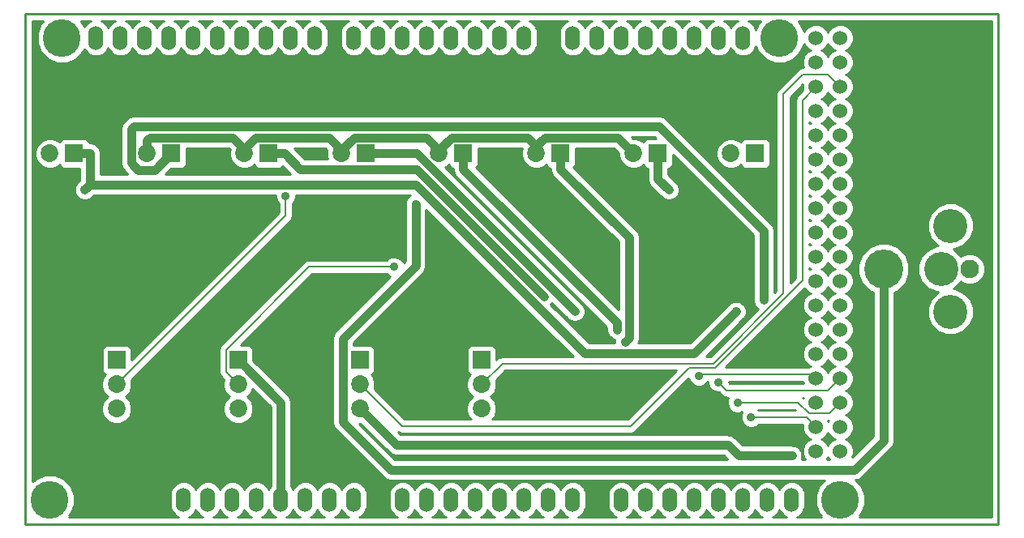
<source format=gbl>
G04 (created by PCBNEW-RS274X (2011-05-25)-stable) date Wed 08 May 2013 01:19:30 PM EDT*
G01*
G70*
G90*
%MOIN*%
G04 Gerber Fmt 3.4, Leading zero omitted, Abs format*
%FSLAX34Y34*%
G04 APERTURE LIST*
%ADD10C,0.006000*%
%ADD11C,0.009000*%
%ADD12C,0.076000*%
%ADD13C,0.140000*%
%ADD14C,0.160000*%
%ADD15C,0.155000*%
%ADD16O,0.060000X0.100000*%
%ADD17C,0.060000*%
%ADD18C,0.073000*%
%ADD19R,0.073000X0.073000*%
%ADD20C,0.035000*%
%ADD21C,0.036000*%
%ADD22C,0.008000*%
%ADD23C,0.010000*%
G04 APERTURE END LIST*
G54D10*
G54D11*
X89500Y-30500D02*
X49500Y-30500D01*
X89500Y-51500D02*
X89500Y-30500D01*
X49500Y-51500D02*
X89500Y-51500D01*
X49500Y-30500D02*
X49500Y-51500D01*
G54D12*
X88320Y-41000D03*
G54D13*
X87140Y-41000D03*
G54D14*
X84780Y-41000D03*
G54D13*
X87530Y-39230D03*
X87530Y-42770D03*
G54D15*
X50500Y-50500D03*
X51000Y-31500D03*
X83000Y-50500D03*
X80500Y-31500D03*
G54D16*
X56000Y-50500D03*
X57000Y-50500D03*
X58000Y-50500D03*
X59000Y-50500D03*
X60000Y-50500D03*
X61000Y-50500D03*
X62000Y-50500D03*
X63000Y-50500D03*
X65000Y-50500D03*
X66000Y-50500D03*
X67000Y-50500D03*
X68000Y-50500D03*
X69000Y-50500D03*
X70000Y-50500D03*
X71000Y-50500D03*
X72000Y-50500D03*
X74000Y-50500D03*
X75000Y-50500D03*
X76000Y-50500D03*
X77000Y-50500D03*
X78000Y-50500D03*
X79000Y-50500D03*
X80000Y-50500D03*
X81000Y-50500D03*
X52400Y-31500D03*
X53400Y-31500D03*
X54400Y-31500D03*
X55400Y-31500D03*
X56400Y-31500D03*
X57400Y-31500D03*
X58400Y-31500D03*
X59400Y-31500D03*
X60400Y-31500D03*
X61400Y-31500D03*
X63000Y-31500D03*
X70000Y-31500D03*
X69000Y-31500D03*
X68000Y-31500D03*
X67000Y-31500D03*
X66000Y-31500D03*
X65000Y-31500D03*
X64000Y-31500D03*
X72000Y-31500D03*
X73000Y-31500D03*
X74000Y-31500D03*
X75000Y-31500D03*
X76000Y-31500D03*
X77000Y-31500D03*
X78000Y-31500D03*
X79000Y-31500D03*
G54D17*
X82000Y-31500D03*
X83000Y-31500D03*
X82000Y-32500D03*
X83000Y-32500D03*
X82000Y-33500D03*
X83000Y-33500D03*
X82000Y-34500D03*
X83000Y-34500D03*
X82000Y-35500D03*
X83000Y-35500D03*
X82000Y-36500D03*
X83000Y-36500D03*
X82000Y-37500D03*
X83000Y-37500D03*
X82000Y-38500D03*
X83000Y-38500D03*
X82000Y-39500D03*
X83000Y-39500D03*
X82000Y-40500D03*
X83000Y-40500D03*
X82000Y-41500D03*
X83000Y-41500D03*
X82000Y-42500D03*
X83000Y-42500D03*
X82000Y-43500D03*
X83000Y-43500D03*
X82000Y-44500D03*
X83000Y-44500D03*
X82000Y-45500D03*
X83000Y-45500D03*
X82000Y-46500D03*
X83000Y-46500D03*
X82000Y-47500D03*
X83000Y-47500D03*
X82000Y-48500D03*
X83000Y-48500D03*
G54D18*
X63250Y-45750D03*
X63250Y-46750D03*
G54D19*
X63250Y-44750D03*
G54D18*
X68250Y-45750D03*
X68250Y-46750D03*
G54D19*
X68250Y-44750D03*
G54D18*
X58250Y-45750D03*
X58250Y-46750D03*
G54D19*
X58250Y-44750D03*
G54D18*
X53250Y-45750D03*
X53250Y-46750D03*
G54D19*
X53250Y-44750D03*
G54D18*
X50500Y-36250D03*
G54D19*
X51500Y-36250D03*
G54D18*
X54500Y-36250D03*
G54D19*
X55500Y-36250D03*
G54D18*
X58500Y-36250D03*
G54D19*
X59500Y-36250D03*
G54D18*
X62500Y-36250D03*
G54D19*
X63500Y-36250D03*
G54D18*
X66500Y-36250D03*
G54D19*
X67500Y-36250D03*
G54D18*
X70500Y-36250D03*
G54D19*
X71500Y-36250D03*
G54D18*
X74500Y-36250D03*
G54D19*
X75500Y-36250D03*
G54D18*
X78500Y-36250D03*
G54D19*
X79500Y-36250D03*
G54D20*
X60200Y-38004D03*
X64647Y-40916D03*
X77992Y-45660D03*
X77187Y-45398D03*
X78774Y-46499D03*
X51933Y-37750D03*
X78717Y-42750D03*
X79841Y-42285D03*
X70808Y-42132D03*
X72084Y-42750D03*
X73820Y-43494D03*
X74136Y-44019D03*
X75954Y-37750D03*
X79334Y-47108D03*
X78383Y-48250D03*
X81006Y-48682D03*
X65537Y-38338D03*
G54D21*
X60000Y-46500D02*
X60000Y-50500D01*
X58250Y-44750D02*
X60000Y-46500D01*
G54D22*
X60200Y-38800D02*
X60200Y-38004D01*
X53250Y-45750D02*
X60200Y-38800D01*
X61152Y-40916D02*
X64647Y-40916D01*
X57741Y-44327D02*
X61152Y-40916D01*
X57741Y-45241D02*
X57741Y-44327D01*
X58250Y-45750D02*
X57741Y-45241D01*
X64971Y-47471D02*
X63250Y-45750D01*
X74384Y-47471D02*
X64971Y-47471D01*
X76778Y-45077D02*
X74384Y-47471D01*
X77851Y-45077D02*
X76778Y-45077D01*
X81444Y-41484D02*
X77851Y-45077D01*
X81444Y-34056D02*
X81444Y-41484D01*
X82000Y-33500D02*
X81444Y-34056D01*
X82500Y-33000D02*
X83000Y-33500D01*
X81451Y-33000D02*
X82500Y-33000D01*
X80647Y-33804D02*
X81451Y-33000D01*
X80647Y-42020D02*
X80647Y-33804D01*
X77774Y-44893D02*
X80647Y-42020D01*
X69107Y-44893D02*
X77774Y-44893D01*
X68250Y-45750D02*
X69107Y-44893D01*
X78332Y-46000D02*
X77992Y-45660D01*
X82500Y-46000D02*
X78332Y-46000D01*
X83000Y-45500D02*
X82500Y-46000D01*
X77244Y-45341D02*
X77187Y-45398D01*
X81841Y-45341D02*
X77244Y-45341D01*
X82000Y-45500D02*
X81841Y-45341D01*
X78774Y-46500D02*
X78774Y-46499D01*
X81261Y-46500D02*
X78774Y-46500D01*
X81705Y-46944D02*
X81261Y-46500D01*
X82556Y-46944D02*
X81705Y-46944D01*
X83000Y-46500D02*
X82556Y-46944D01*
G54D21*
X51500Y-36250D02*
X52148Y-36250D01*
X76985Y-44482D02*
X78717Y-42750D01*
X72501Y-44482D02*
X76985Y-44482D01*
X65554Y-37535D02*
X72501Y-44482D01*
X52148Y-37535D02*
X65554Y-37535D01*
X52148Y-36250D02*
X52148Y-37535D01*
X52148Y-37535D02*
X51933Y-37750D01*
X79841Y-39440D02*
X79841Y-42285D01*
X75538Y-35137D02*
X79841Y-39440D01*
X53950Y-35137D02*
X75538Y-35137D01*
X53846Y-35241D02*
X53950Y-35137D01*
X53846Y-36643D02*
X53846Y-35241D01*
X54131Y-36928D02*
X53846Y-36643D01*
X54822Y-36928D02*
X54131Y-36928D01*
X55500Y-36250D02*
X54822Y-36928D01*
X59500Y-36250D02*
X60148Y-36250D01*
X65574Y-36898D02*
X70808Y-42132D01*
X60796Y-36898D02*
X65574Y-36898D01*
X60148Y-36250D02*
X60796Y-36898D01*
X65585Y-36251D02*
X72084Y-42750D01*
X65585Y-36250D02*
X65585Y-36251D01*
X63500Y-36250D02*
X65585Y-36250D01*
X67500Y-36250D02*
X67500Y-36898D01*
X73820Y-43218D02*
X73820Y-43494D01*
X67500Y-36898D02*
X73820Y-43218D01*
X71500Y-36250D02*
X71500Y-36898D01*
X74312Y-43843D02*
X74136Y-44019D01*
X74312Y-39710D02*
X74312Y-43843D01*
X71500Y-36898D02*
X74312Y-39710D01*
X75500Y-36250D02*
X75500Y-36898D01*
X75500Y-37296D02*
X75954Y-37750D01*
X75500Y-36898D02*
X75500Y-37296D01*
G54D22*
X81608Y-47108D02*
X79334Y-47108D01*
X82000Y-47500D02*
X81608Y-47108D01*
G54D21*
X64750Y-48250D02*
X63250Y-46750D01*
X78383Y-48250D02*
X64750Y-48250D01*
X78815Y-48682D02*
X81006Y-48682D01*
X78383Y-48250D02*
X78815Y-48682D01*
X58034Y-35601D02*
X58500Y-36067D01*
X54604Y-35601D02*
X58034Y-35601D01*
X54500Y-35705D02*
X54604Y-35601D01*
X54500Y-36250D02*
X54500Y-35705D01*
X58500Y-36067D02*
X58500Y-36250D01*
X58966Y-35601D02*
X58500Y-36067D01*
X61981Y-35601D02*
X58966Y-35601D01*
X62500Y-36120D02*
X61981Y-35601D01*
X62500Y-36120D02*
X62500Y-36250D01*
X66500Y-36250D02*
X66500Y-36120D01*
X63019Y-35601D02*
X62500Y-36120D01*
X65981Y-35601D02*
X63019Y-35601D01*
X66500Y-36120D02*
X65981Y-35601D01*
X67019Y-35601D02*
X66500Y-36120D01*
X70149Y-35601D02*
X67019Y-35601D01*
X70500Y-35952D02*
X70149Y-35601D01*
X70851Y-35601D02*
X70500Y-35952D01*
X73851Y-35601D02*
X70851Y-35601D01*
X74500Y-36250D02*
X73851Y-35601D01*
X70500Y-35952D02*
X70500Y-36250D01*
X65537Y-40866D02*
X65537Y-38338D01*
X62545Y-43858D02*
X65537Y-40866D01*
X62545Y-47295D02*
X62545Y-43858D01*
X64512Y-49262D02*
X62545Y-47295D01*
X83584Y-49262D02*
X64512Y-49262D01*
X84780Y-48066D02*
X83584Y-49262D01*
X84780Y-41000D02*
X84780Y-48066D01*
G54D10*
G36*
X52174Y-30795D02*
X52094Y-30828D01*
X52047Y-30874D01*
X52047Y-30875D01*
X52045Y-30876D01*
X51943Y-30980D01*
X51922Y-31028D01*
X51916Y-31035D01*
X51869Y-30920D01*
X51795Y-30846D01*
X51809Y-30832D01*
X51772Y-30795D01*
X52174Y-30795D01*
X52174Y-30795D01*
G37*
G54D23*
X52174Y-30795D02*
X52094Y-30828D01*
X52047Y-30874D01*
X52047Y-30875D01*
X52045Y-30876D01*
X51943Y-30980D01*
X51922Y-31028D01*
X51916Y-31035D01*
X51869Y-30920D01*
X51795Y-30846D01*
X51809Y-30832D01*
X51772Y-30795D01*
X52174Y-30795D01*
G54D10*
G36*
X53174Y-30795D02*
X53094Y-30828D01*
X53047Y-30874D01*
X53047Y-30875D01*
X53045Y-30876D01*
X52943Y-30980D01*
X52922Y-31028D01*
X52911Y-31043D01*
X52900Y-31080D01*
X52889Y-31043D01*
X52878Y-31030D01*
X52858Y-30980D01*
X52755Y-30878D01*
X52753Y-30875D01*
X52751Y-30874D01*
X52706Y-30829D01*
X52624Y-30795D01*
X53174Y-30795D01*
X53174Y-30795D01*
G37*
G54D23*
X53174Y-30795D02*
X53094Y-30828D01*
X53047Y-30874D01*
X53047Y-30875D01*
X53045Y-30876D01*
X52943Y-30980D01*
X52922Y-31028D01*
X52911Y-31043D01*
X52900Y-31080D01*
X52889Y-31043D01*
X52878Y-31030D01*
X52858Y-30980D01*
X52755Y-30878D01*
X52753Y-30875D01*
X52751Y-30874D01*
X52706Y-30829D01*
X52624Y-30795D01*
X53174Y-30795D01*
G54D10*
G36*
X54174Y-30795D02*
X54094Y-30828D01*
X54047Y-30874D01*
X54047Y-30875D01*
X54045Y-30876D01*
X53943Y-30980D01*
X53922Y-31028D01*
X53911Y-31043D01*
X53900Y-31080D01*
X53889Y-31043D01*
X53878Y-31030D01*
X53858Y-30980D01*
X53755Y-30878D01*
X53753Y-30875D01*
X53751Y-30874D01*
X53706Y-30829D01*
X53624Y-30795D01*
X54174Y-30795D01*
X54174Y-30795D01*
G37*
G54D23*
X54174Y-30795D02*
X54094Y-30828D01*
X54047Y-30874D01*
X54047Y-30875D01*
X54045Y-30876D01*
X53943Y-30980D01*
X53922Y-31028D01*
X53911Y-31043D01*
X53900Y-31080D01*
X53889Y-31043D01*
X53878Y-31030D01*
X53858Y-30980D01*
X53755Y-30878D01*
X53753Y-30875D01*
X53751Y-30874D01*
X53706Y-30829D01*
X53624Y-30795D01*
X54174Y-30795D01*
G54D10*
G36*
X55174Y-30795D02*
X55094Y-30828D01*
X55047Y-30874D01*
X55047Y-30875D01*
X55045Y-30876D01*
X54943Y-30980D01*
X54922Y-31028D01*
X54911Y-31043D01*
X54900Y-31080D01*
X54889Y-31043D01*
X54878Y-31030D01*
X54858Y-30980D01*
X54755Y-30878D01*
X54753Y-30875D01*
X54751Y-30874D01*
X54706Y-30829D01*
X54624Y-30795D01*
X55174Y-30795D01*
X55174Y-30795D01*
G37*
G54D23*
X55174Y-30795D02*
X55094Y-30828D01*
X55047Y-30874D01*
X55047Y-30875D01*
X55045Y-30876D01*
X54943Y-30980D01*
X54922Y-31028D01*
X54911Y-31043D01*
X54900Y-31080D01*
X54889Y-31043D01*
X54878Y-31030D01*
X54858Y-30980D01*
X54755Y-30878D01*
X54753Y-30875D01*
X54751Y-30874D01*
X54706Y-30829D01*
X54624Y-30795D01*
X55174Y-30795D01*
G54D10*
G36*
X56174Y-30795D02*
X56094Y-30828D01*
X56047Y-30874D01*
X56047Y-30875D01*
X56045Y-30876D01*
X55943Y-30980D01*
X55922Y-31028D01*
X55911Y-31043D01*
X55900Y-31080D01*
X55889Y-31043D01*
X55878Y-31030D01*
X55858Y-30980D01*
X55755Y-30878D01*
X55753Y-30875D01*
X55751Y-30874D01*
X55706Y-30829D01*
X55624Y-30795D01*
X56174Y-30795D01*
X56174Y-30795D01*
G37*
G54D23*
X56174Y-30795D02*
X56094Y-30828D01*
X56047Y-30874D01*
X56047Y-30875D01*
X56045Y-30876D01*
X55943Y-30980D01*
X55922Y-31028D01*
X55911Y-31043D01*
X55900Y-31080D01*
X55889Y-31043D01*
X55878Y-31030D01*
X55858Y-30980D01*
X55755Y-30878D01*
X55753Y-30875D01*
X55751Y-30874D01*
X55706Y-30829D01*
X55624Y-30795D01*
X56174Y-30795D01*
G54D10*
G36*
X56775Y-51205D02*
X56225Y-51205D01*
X56306Y-51172D01*
X56352Y-51125D01*
X56353Y-51125D01*
X56354Y-51123D01*
X56457Y-51020D01*
X56477Y-50971D01*
X56489Y-50957D01*
X56500Y-50919D01*
X56511Y-50957D01*
X56521Y-50969D01*
X56542Y-51020D01*
X56644Y-51121D01*
X56647Y-51125D01*
X56648Y-51125D01*
X56694Y-51171D01*
X56775Y-51205D01*
X56775Y-51205D01*
G37*
G54D23*
X56775Y-51205D02*
X56225Y-51205D01*
X56306Y-51172D01*
X56352Y-51125D01*
X56353Y-51125D01*
X56354Y-51123D01*
X56457Y-51020D01*
X56477Y-50971D01*
X56489Y-50957D01*
X56500Y-50919D01*
X56511Y-50957D01*
X56521Y-50969D01*
X56542Y-51020D01*
X56644Y-51121D01*
X56647Y-51125D01*
X56648Y-51125D01*
X56694Y-51171D01*
X56775Y-51205D01*
G54D10*
G36*
X57174Y-30795D02*
X57094Y-30828D01*
X57047Y-30874D01*
X57047Y-30875D01*
X57045Y-30876D01*
X56943Y-30980D01*
X56922Y-31028D01*
X56911Y-31043D01*
X56900Y-31080D01*
X56889Y-31043D01*
X56878Y-31030D01*
X56858Y-30980D01*
X56755Y-30878D01*
X56753Y-30875D01*
X56751Y-30874D01*
X56706Y-30829D01*
X56624Y-30795D01*
X57174Y-30795D01*
X57174Y-30795D01*
G37*
G54D23*
X57174Y-30795D02*
X57094Y-30828D01*
X57047Y-30874D01*
X57047Y-30875D01*
X57045Y-30876D01*
X56943Y-30980D01*
X56922Y-31028D01*
X56911Y-31043D01*
X56900Y-31080D01*
X56889Y-31043D01*
X56878Y-31030D01*
X56858Y-30980D01*
X56755Y-30878D01*
X56753Y-30875D01*
X56751Y-30874D01*
X56706Y-30829D01*
X56624Y-30795D01*
X57174Y-30795D01*
G54D10*
G36*
X57775Y-51205D02*
X57225Y-51205D01*
X57306Y-51172D01*
X57352Y-51125D01*
X57353Y-51125D01*
X57354Y-51123D01*
X57457Y-51020D01*
X57477Y-50971D01*
X57489Y-50957D01*
X57500Y-50918D01*
X57542Y-51020D01*
X57694Y-51171D01*
X57775Y-51205D01*
X57775Y-51205D01*
G37*
G54D23*
X57775Y-51205D02*
X57225Y-51205D01*
X57306Y-51172D01*
X57352Y-51125D01*
X57353Y-51125D01*
X57354Y-51123D01*
X57457Y-51020D01*
X57477Y-50971D01*
X57489Y-50957D01*
X57500Y-50918D01*
X57542Y-51020D01*
X57694Y-51171D01*
X57775Y-51205D01*
G54D10*
G36*
X58174Y-30795D02*
X58094Y-30828D01*
X58047Y-30874D01*
X58047Y-30875D01*
X58045Y-30876D01*
X57943Y-30980D01*
X57922Y-31028D01*
X57911Y-31043D01*
X57900Y-31080D01*
X57889Y-31043D01*
X57878Y-31030D01*
X57858Y-30980D01*
X57755Y-30878D01*
X57753Y-30875D01*
X57751Y-30874D01*
X57706Y-30829D01*
X57624Y-30795D01*
X58174Y-30795D01*
X58174Y-30795D01*
G37*
G54D23*
X58174Y-30795D02*
X58094Y-30828D01*
X58047Y-30874D01*
X58047Y-30875D01*
X58045Y-30876D01*
X57943Y-30980D01*
X57922Y-31028D01*
X57911Y-31043D01*
X57900Y-31080D01*
X57889Y-31043D01*
X57878Y-31030D01*
X57858Y-30980D01*
X57755Y-30878D01*
X57753Y-30875D01*
X57751Y-30874D01*
X57706Y-30829D01*
X57624Y-30795D01*
X58174Y-30795D01*
G54D10*
G36*
X58775Y-51205D02*
X58225Y-51205D01*
X58306Y-51172D01*
X58457Y-51020D01*
X58499Y-50918D01*
X58511Y-50957D01*
X58521Y-50969D01*
X58542Y-51020D01*
X58644Y-51121D01*
X58647Y-51125D01*
X58648Y-51125D01*
X58694Y-51171D01*
X58775Y-51205D01*
X58775Y-51205D01*
G37*
G54D23*
X58775Y-51205D02*
X58225Y-51205D01*
X58306Y-51172D01*
X58457Y-51020D01*
X58499Y-50918D01*
X58511Y-50957D01*
X58521Y-50969D01*
X58542Y-51020D01*
X58644Y-51121D01*
X58647Y-51125D01*
X58648Y-51125D01*
X58694Y-51171D01*
X58775Y-51205D01*
G54D10*
G36*
X59174Y-30795D02*
X59094Y-30828D01*
X59047Y-30874D01*
X59047Y-30875D01*
X59045Y-30876D01*
X58943Y-30980D01*
X58922Y-31028D01*
X58911Y-31043D01*
X58900Y-31080D01*
X58889Y-31043D01*
X58878Y-31030D01*
X58858Y-30980D01*
X58755Y-30878D01*
X58753Y-30875D01*
X58751Y-30874D01*
X58706Y-30829D01*
X58624Y-30795D01*
X59174Y-30795D01*
X59174Y-30795D01*
G37*
G54D23*
X59174Y-30795D02*
X59094Y-30828D01*
X59047Y-30874D01*
X59047Y-30875D01*
X59045Y-30876D01*
X58943Y-30980D01*
X58922Y-31028D01*
X58911Y-31043D01*
X58900Y-31080D01*
X58889Y-31043D01*
X58878Y-31030D01*
X58858Y-30980D01*
X58755Y-30878D01*
X58753Y-30875D01*
X58751Y-30874D01*
X58706Y-30829D01*
X58624Y-30795D01*
X59174Y-30795D01*
G54D10*
G36*
X59775Y-51205D02*
X59225Y-51205D01*
X59306Y-51172D01*
X59352Y-51125D01*
X59353Y-51125D01*
X59354Y-51123D01*
X59457Y-51020D01*
X59477Y-50971D01*
X59489Y-50957D01*
X59500Y-50918D01*
X59542Y-51020D01*
X59694Y-51171D01*
X59775Y-51205D01*
X59775Y-51205D01*
G37*
G54D23*
X59775Y-51205D02*
X59225Y-51205D01*
X59306Y-51172D01*
X59352Y-51125D01*
X59353Y-51125D01*
X59354Y-51123D01*
X59457Y-51020D01*
X59477Y-50971D01*
X59489Y-50957D01*
X59500Y-50918D01*
X59542Y-51020D01*
X59694Y-51171D01*
X59775Y-51205D01*
G54D10*
G36*
X60174Y-30795D02*
X60094Y-30828D01*
X60047Y-30874D01*
X60047Y-30875D01*
X60045Y-30876D01*
X59943Y-30980D01*
X59922Y-31028D01*
X59911Y-31043D01*
X59900Y-31080D01*
X59889Y-31043D01*
X59878Y-31030D01*
X59858Y-30980D01*
X59755Y-30878D01*
X59753Y-30875D01*
X59751Y-30874D01*
X59706Y-30829D01*
X59624Y-30795D01*
X60174Y-30795D01*
X60174Y-30795D01*
G37*
G54D23*
X60174Y-30795D02*
X60094Y-30828D01*
X60047Y-30874D01*
X60047Y-30875D01*
X60045Y-30876D01*
X59943Y-30980D01*
X59922Y-31028D01*
X59911Y-31043D01*
X59900Y-31080D01*
X59889Y-31043D01*
X59878Y-31030D01*
X59858Y-30980D01*
X59755Y-30878D01*
X59753Y-30875D01*
X59751Y-30874D01*
X59706Y-30829D01*
X59624Y-30795D01*
X60174Y-30795D01*
G54D10*
G36*
X60395Y-37105D02*
X55253Y-37105D01*
X55494Y-36864D01*
X55914Y-36864D01*
X56006Y-36826D01*
X56076Y-36756D01*
X56114Y-36665D01*
X56114Y-36566D01*
X56114Y-36031D01*
X57856Y-36031D01*
X57904Y-36079D01*
X57885Y-36127D01*
X57885Y-36372D01*
X57979Y-36598D01*
X58151Y-36771D01*
X58377Y-36865D01*
X58622Y-36865D01*
X58848Y-36771D01*
X58906Y-36713D01*
X58924Y-36756D01*
X58994Y-36826D01*
X59085Y-36864D01*
X59184Y-36864D01*
X59914Y-36864D01*
X60006Y-36826D01*
X60061Y-36771D01*
X60395Y-37105D01*
X60395Y-37105D01*
G37*
G54D23*
X60395Y-37105D02*
X55253Y-37105D01*
X55494Y-36864D01*
X55914Y-36864D01*
X56006Y-36826D01*
X56076Y-36756D01*
X56114Y-36665D01*
X56114Y-36566D01*
X56114Y-36031D01*
X57856Y-36031D01*
X57904Y-36079D01*
X57885Y-36127D01*
X57885Y-36372D01*
X57979Y-36598D01*
X58151Y-36771D01*
X58377Y-36865D01*
X58622Y-36865D01*
X58848Y-36771D01*
X58906Y-36713D01*
X58924Y-36756D01*
X58994Y-36826D01*
X59085Y-36864D01*
X59184Y-36864D01*
X59914Y-36864D01*
X60006Y-36826D01*
X60061Y-36771D01*
X60395Y-37105D01*
G54D10*
G36*
X60775Y-51205D02*
X60225Y-51205D01*
X60306Y-51172D01*
X60457Y-51020D01*
X60499Y-50917D01*
X60542Y-51020D01*
X60694Y-51171D01*
X60775Y-51205D01*
X60775Y-51205D01*
G37*
G54D23*
X60775Y-51205D02*
X60225Y-51205D01*
X60306Y-51172D01*
X60457Y-51020D01*
X60499Y-50917D01*
X60542Y-51020D01*
X60694Y-51171D01*
X60775Y-51205D01*
G54D10*
G36*
X61174Y-30795D02*
X61094Y-30828D01*
X61047Y-30874D01*
X61047Y-30875D01*
X61045Y-30876D01*
X60943Y-30980D01*
X60922Y-31028D01*
X60911Y-31043D01*
X60900Y-31080D01*
X60889Y-31043D01*
X60878Y-31030D01*
X60858Y-30980D01*
X60755Y-30878D01*
X60753Y-30875D01*
X60751Y-30874D01*
X60706Y-30829D01*
X60624Y-30795D01*
X61174Y-30795D01*
X61174Y-30795D01*
G37*
G54D23*
X61174Y-30795D02*
X61094Y-30828D01*
X61047Y-30874D01*
X61047Y-30875D01*
X61045Y-30876D01*
X60943Y-30980D01*
X60922Y-31028D01*
X60911Y-31043D01*
X60900Y-31080D01*
X60889Y-31043D01*
X60878Y-31030D01*
X60858Y-30980D01*
X60755Y-30878D01*
X60753Y-30875D01*
X60751Y-30874D01*
X60706Y-30829D01*
X60624Y-30795D01*
X61174Y-30795D01*
G54D10*
G36*
X61775Y-51205D02*
X61225Y-51205D01*
X61306Y-51172D01*
X61457Y-51020D01*
X61499Y-50917D01*
X61542Y-51020D01*
X61694Y-51171D01*
X61775Y-51205D01*
X61775Y-51205D01*
G37*
G54D23*
X61775Y-51205D02*
X61225Y-51205D01*
X61306Y-51172D01*
X61457Y-51020D01*
X61499Y-50917D01*
X61542Y-51020D01*
X61694Y-51171D01*
X61775Y-51205D01*
G54D10*
G36*
X61924Y-36468D02*
X60974Y-36468D01*
X60537Y-36031D01*
X61803Y-36031D01*
X61889Y-36117D01*
X61885Y-36127D01*
X61885Y-36372D01*
X61924Y-36468D01*
X61924Y-36468D01*
G37*
G54D23*
X61924Y-36468D02*
X60974Y-36468D01*
X60537Y-36031D01*
X61803Y-36031D01*
X61889Y-36117D01*
X61885Y-36127D01*
X61885Y-36372D01*
X61924Y-36468D01*
G54D10*
G36*
X62775Y-51205D02*
X62225Y-51205D01*
X62306Y-51172D01*
X62457Y-51020D01*
X62499Y-50918D01*
X62511Y-50957D01*
X62521Y-50969D01*
X62542Y-51020D01*
X62644Y-51121D01*
X62647Y-51125D01*
X62648Y-51125D01*
X62694Y-51171D01*
X62775Y-51205D01*
X62775Y-51205D01*
G37*
G54D23*
X62775Y-51205D02*
X62225Y-51205D01*
X62306Y-51172D01*
X62457Y-51020D01*
X62499Y-50918D01*
X62511Y-50957D01*
X62521Y-50969D01*
X62542Y-51020D01*
X62644Y-51121D01*
X62647Y-51125D01*
X62648Y-51125D01*
X62694Y-51171D01*
X62775Y-51205D01*
G54D10*
G36*
X63774Y-30795D02*
X63694Y-30828D01*
X63647Y-30874D01*
X63647Y-30875D01*
X63645Y-30876D01*
X63543Y-30980D01*
X63522Y-31028D01*
X63511Y-31043D01*
X63500Y-31080D01*
X63489Y-31043D01*
X63478Y-31030D01*
X63458Y-30980D01*
X63355Y-30878D01*
X63353Y-30875D01*
X63351Y-30874D01*
X63306Y-30829D01*
X63224Y-30795D01*
X63774Y-30795D01*
X63774Y-30795D01*
G37*
G54D23*
X63774Y-30795D02*
X63694Y-30828D01*
X63647Y-30874D01*
X63647Y-30875D01*
X63645Y-30876D01*
X63543Y-30980D01*
X63522Y-31028D01*
X63511Y-31043D01*
X63500Y-31080D01*
X63489Y-31043D01*
X63478Y-31030D01*
X63458Y-30980D01*
X63355Y-30878D01*
X63353Y-30875D01*
X63351Y-30874D01*
X63306Y-30829D01*
X63224Y-30795D01*
X63774Y-30795D01*
G54D10*
G36*
X64774Y-30795D02*
X64694Y-30828D01*
X64647Y-30874D01*
X64647Y-30875D01*
X64645Y-30876D01*
X64543Y-30980D01*
X64522Y-31028D01*
X64511Y-31043D01*
X64500Y-31080D01*
X64489Y-31043D01*
X64478Y-31030D01*
X64458Y-30980D01*
X64355Y-30878D01*
X64353Y-30875D01*
X64351Y-30874D01*
X64306Y-30829D01*
X64224Y-30795D01*
X64774Y-30795D01*
X64774Y-30795D01*
G37*
G54D23*
X64774Y-30795D02*
X64694Y-30828D01*
X64647Y-30874D01*
X64647Y-30875D01*
X64645Y-30876D01*
X64543Y-30980D01*
X64522Y-31028D01*
X64511Y-31043D01*
X64500Y-31080D01*
X64489Y-31043D01*
X64478Y-31030D01*
X64458Y-30980D01*
X64355Y-30878D01*
X64353Y-30875D01*
X64351Y-30874D01*
X64306Y-30829D01*
X64224Y-30795D01*
X64774Y-30795D01*
G54D10*
G36*
X65774Y-30795D02*
X65694Y-30828D01*
X65647Y-30874D01*
X65647Y-30875D01*
X65645Y-30876D01*
X65543Y-30980D01*
X65522Y-31028D01*
X65511Y-31043D01*
X65500Y-31080D01*
X65489Y-31043D01*
X65478Y-31030D01*
X65458Y-30980D01*
X65355Y-30878D01*
X65353Y-30875D01*
X65351Y-30874D01*
X65306Y-30829D01*
X65224Y-30795D01*
X65774Y-30795D01*
X65774Y-30795D01*
G37*
G54D23*
X65774Y-30795D02*
X65694Y-30828D01*
X65647Y-30874D01*
X65647Y-30875D01*
X65645Y-30876D01*
X65543Y-30980D01*
X65522Y-31028D01*
X65511Y-31043D01*
X65500Y-31080D01*
X65489Y-31043D01*
X65478Y-31030D01*
X65458Y-30980D01*
X65355Y-30878D01*
X65353Y-30875D01*
X65351Y-30874D01*
X65306Y-30829D01*
X65224Y-30795D01*
X65774Y-30795D01*
G54D10*
G36*
X65775Y-51205D02*
X65225Y-51205D01*
X65306Y-51172D01*
X65352Y-51125D01*
X65353Y-51125D01*
X65354Y-51123D01*
X65457Y-51020D01*
X65477Y-50971D01*
X65489Y-50957D01*
X65500Y-50919D01*
X65511Y-50957D01*
X65521Y-50969D01*
X65542Y-51020D01*
X65644Y-51121D01*
X65647Y-51125D01*
X65648Y-51125D01*
X65694Y-51171D01*
X65775Y-51205D01*
X65775Y-51205D01*
G37*
G54D23*
X65775Y-51205D02*
X65225Y-51205D01*
X65306Y-51172D01*
X65352Y-51125D01*
X65353Y-51125D01*
X65354Y-51123D01*
X65457Y-51020D01*
X65477Y-50971D01*
X65489Y-50957D01*
X65500Y-50919D01*
X65511Y-50957D01*
X65521Y-50969D01*
X65542Y-51020D01*
X65644Y-51121D01*
X65647Y-51125D01*
X65648Y-51125D01*
X65694Y-51171D01*
X65775Y-51205D01*
G54D10*
G36*
X66774Y-30795D02*
X66694Y-30828D01*
X66647Y-30874D01*
X66647Y-30875D01*
X66645Y-30876D01*
X66543Y-30980D01*
X66522Y-31028D01*
X66511Y-31043D01*
X66500Y-31080D01*
X66489Y-31043D01*
X66478Y-31030D01*
X66458Y-30980D01*
X66355Y-30878D01*
X66353Y-30875D01*
X66351Y-30874D01*
X66306Y-30829D01*
X66224Y-30795D01*
X66774Y-30795D01*
X66774Y-30795D01*
G37*
G54D23*
X66774Y-30795D02*
X66694Y-30828D01*
X66647Y-30874D01*
X66647Y-30875D01*
X66645Y-30876D01*
X66543Y-30980D01*
X66522Y-31028D01*
X66511Y-31043D01*
X66500Y-31080D01*
X66489Y-31043D01*
X66478Y-31030D01*
X66458Y-30980D01*
X66355Y-30878D01*
X66353Y-30875D01*
X66351Y-30874D01*
X66306Y-30829D01*
X66224Y-30795D01*
X66774Y-30795D01*
G54D10*
G36*
X66775Y-51205D02*
X66225Y-51205D01*
X66306Y-51172D01*
X66352Y-51125D01*
X66353Y-51125D01*
X66354Y-51123D01*
X66457Y-51020D01*
X66477Y-50971D01*
X66489Y-50957D01*
X66500Y-50919D01*
X66511Y-50957D01*
X66521Y-50969D01*
X66542Y-51020D01*
X66644Y-51121D01*
X66647Y-51125D01*
X66648Y-51125D01*
X66694Y-51171D01*
X66775Y-51205D01*
X66775Y-51205D01*
G37*
G54D23*
X66775Y-51205D02*
X66225Y-51205D01*
X66306Y-51172D01*
X66352Y-51125D01*
X66353Y-51125D01*
X66354Y-51123D01*
X66457Y-51020D01*
X66477Y-50971D01*
X66489Y-50957D01*
X66500Y-50919D01*
X66511Y-50957D01*
X66521Y-50969D01*
X66542Y-51020D01*
X66644Y-51121D01*
X66647Y-51125D01*
X66648Y-51125D01*
X66694Y-51171D01*
X66775Y-51205D01*
G54D10*
G36*
X67774Y-30795D02*
X67694Y-30828D01*
X67647Y-30874D01*
X67647Y-30875D01*
X67645Y-30876D01*
X67543Y-30980D01*
X67522Y-31028D01*
X67511Y-31043D01*
X67500Y-31080D01*
X67489Y-31043D01*
X67478Y-31030D01*
X67458Y-30980D01*
X67355Y-30878D01*
X67353Y-30875D01*
X67351Y-30874D01*
X67306Y-30829D01*
X67224Y-30795D01*
X67774Y-30795D01*
X67774Y-30795D01*
G37*
G54D23*
X67774Y-30795D02*
X67694Y-30828D01*
X67647Y-30874D01*
X67647Y-30875D01*
X67645Y-30876D01*
X67543Y-30980D01*
X67522Y-31028D01*
X67511Y-31043D01*
X67500Y-31080D01*
X67489Y-31043D01*
X67478Y-31030D01*
X67458Y-30980D01*
X67355Y-30878D01*
X67353Y-30875D01*
X67351Y-30874D01*
X67306Y-30829D01*
X67224Y-30795D01*
X67774Y-30795D01*
G54D10*
G36*
X67775Y-51205D02*
X67225Y-51205D01*
X67306Y-51172D01*
X67352Y-51125D01*
X67353Y-51125D01*
X67354Y-51123D01*
X67457Y-51020D01*
X67477Y-50971D01*
X67489Y-50957D01*
X67500Y-50919D01*
X67511Y-50957D01*
X67521Y-50969D01*
X67542Y-51020D01*
X67644Y-51121D01*
X67647Y-51125D01*
X67648Y-51125D01*
X67694Y-51171D01*
X67775Y-51205D01*
X67775Y-51205D01*
G37*
G54D23*
X67775Y-51205D02*
X67225Y-51205D01*
X67306Y-51172D01*
X67352Y-51125D01*
X67353Y-51125D01*
X67354Y-51123D01*
X67457Y-51020D01*
X67477Y-50971D01*
X67489Y-50957D01*
X67500Y-50919D01*
X67511Y-50957D01*
X67521Y-50969D01*
X67542Y-51020D01*
X67644Y-51121D01*
X67647Y-51125D01*
X67648Y-51125D01*
X67694Y-51171D01*
X67775Y-51205D01*
G54D10*
G36*
X68774Y-30795D02*
X68694Y-30828D01*
X68647Y-30874D01*
X68647Y-30875D01*
X68645Y-30876D01*
X68543Y-30980D01*
X68522Y-31028D01*
X68511Y-31043D01*
X68500Y-31080D01*
X68489Y-31043D01*
X68478Y-31030D01*
X68458Y-30980D01*
X68355Y-30878D01*
X68353Y-30875D01*
X68351Y-30874D01*
X68306Y-30829D01*
X68224Y-30795D01*
X68774Y-30795D01*
X68774Y-30795D01*
G37*
G54D23*
X68774Y-30795D02*
X68694Y-30828D01*
X68647Y-30874D01*
X68647Y-30875D01*
X68645Y-30876D01*
X68543Y-30980D01*
X68522Y-31028D01*
X68511Y-31043D01*
X68500Y-31080D01*
X68489Y-31043D01*
X68478Y-31030D01*
X68458Y-30980D01*
X68355Y-30878D01*
X68353Y-30875D01*
X68351Y-30874D01*
X68306Y-30829D01*
X68224Y-30795D01*
X68774Y-30795D01*
G54D10*
G36*
X68775Y-51205D02*
X68225Y-51205D01*
X68306Y-51172D01*
X68352Y-51125D01*
X68353Y-51125D01*
X68354Y-51123D01*
X68457Y-51020D01*
X68477Y-50971D01*
X68489Y-50957D01*
X68500Y-50919D01*
X68511Y-50957D01*
X68521Y-50969D01*
X68542Y-51020D01*
X68644Y-51121D01*
X68647Y-51125D01*
X68648Y-51125D01*
X68694Y-51171D01*
X68775Y-51205D01*
X68775Y-51205D01*
G37*
G54D23*
X68775Y-51205D02*
X68225Y-51205D01*
X68306Y-51172D01*
X68352Y-51125D01*
X68353Y-51125D01*
X68354Y-51123D01*
X68457Y-51020D01*
X68477Y-50971D01*
X68489Y-50957D01*
X68500Y-50919D01*
X68511Y-50957D01*
X68521Y-50969D01*
X68542Y-51020D01*
X68644Y-51121D01*
X68647Y-51125D01*
X68648Y-51125D01*
X68694Y-51171D01*
X68775Y-51205D01*
G54D10*
G36*
X69774Y-30795D02*
X69694Y-30828D01*
X69647Y-30874D01*
X69647Y-30875D01*
X69645Y-30876D01*
X69543Y-30980D01*
X69522Y-31028D01*
X69511Y-31043D01*
X69500Y-31080D01*
X69489Y-31043D01*
X69478Y-31030D01*
X69458Y-30980D01*
X69355Y-30878D01*
X69353Y-30875D01*
X69351Y-30874D01*
X69306Y-30829D01*
X69224Y-30795D01*
X69774Y-30795D01*
X69774Y-30795D01*
G37*
G54D23*
X69774Y-30795D02*
X69694Y-30828D01*
X69647Y-30874D01*
X69647Y-30875D01*
X69645Y-30876D01*
X69543Y-30980D01*
X69522Y-31028D01*
X69511Y-31043D01*
X69500Y-31080D01*
X69489Y-31043D01*
X69478Y-31030D01*
X69458Y-30980D01*
X69355Y-30878D01*
X69353Y-30875D01*
X69351Y-30874D01*
X69306Y-30829D01*
X69224Y-30795D01*
X69774Y-30795D01*
G54D10*
G36*
X69775Y-51205D02*
X69225Y-51205D01*
X69306Y-51172D01*
X69352Y-51125D01*
X69353Y-51125D01*
X69354Y-51123D01*
X69457Y-51020D01*
X69477Y-50971D01*
X69489Y-50957D01*
X69500Y-50919D01*
X69511Y-50957D01*
X69521Y-50969D01*
X69542Y-51020D01*
X69644Y-51121D01*
X69647Y-51125D01*
X69648Y-51125D01*
X69694Y-51171D01*
X69775Y-51205D01*
X69775Y-51205D01*
G37*
G54D23*
X69775Y-51205D02*
X69225Y-51205D01*
X69306Y-51172D01*
X69352Y-51125D01*
X69353Y-51125D01*
X69354Y-51123D01*
X69457Y-51020D01*
X69477Y-50971D01*
X69489Y-50957D01*
X69500Y-50919D01*
X69511Y-50957D01*
X69521Y-50969D01*
X69542Y-51020D01*
X69644Y-51121D01*
X69647Y-51125D01*
X69648Y-51125D01*
X69694Y-51171D01*
X69775Y-51205D01*
G54D10*
G36*
X70775Y-51205D02*
X70225Y-51205D01*
X70306Y-51172D01*
X70352Y-51125D01*
X70353Y-51125D01*
X70354Y-51123D01*
X70457Y-51020D01*
X70477Y-50971D01*
X70489Y-50957D01*
X70500Y-50919D01*
X70511Y-50957D01*
X70521Y-50969D01*
X70542Y-51020D01*
X70644Y-51121D01*
X70647Y-51125D01*
X70648Y-51125D01*
X70694Y-51171D01*
X70775Y-51205D01*
X70775Y-51205D01*
G37*
G54D23*
X70775Y-51205D02*
X70225Y-51205D01*
X70306Y-51172D01*
X70352Y-51125D01*
X70353Y-51125D01*
X70354Y-51123D01*
X70457Y-51020D01*
X70477Y-50971D01*
X70489Y-50957D01*
X70500Y-50919D01*
X70511Y-50957D01*
X70521Y-50969D01*
X70542Y-51020D01*
X70644Y-51121D01*
X70647Y-51125D01*
X70648Y-51125D01*
X70694Y-51171D01*
X70775Y-51205D01*
G54D10*
G36*
X71775Y-51205D02*
X71225Y-51205D01*
X71306Y-51172D01*
X71352Y-51125D01*
X71353Y-51125D01*
X71354Y-51123D01*
X71457Y-51020D01*
X71477Y-50971D01*
X71489Y-50957D01*
X71500Y-50919D01*
X71511Y-50957D01*
X71521Y-50969D01*
X71542Y-51020D01*
X71644Y-51121D01*
X71647Y-51125D01*
X71648Y-51125D01*
X71694Y-51171D01*
X71775Y-51205D01*
X71775Y-51205D01*
G37*
G54D23*
X71775Y-51205D02*
X71225Y-51205D01*
X71306Y-51172D01*
X71352Y-51125D01*
X71353Y-51125D01*
X71354Y-51123D01*
X71457Y-51020D01*
X71477Y-50971D01*
X71489Y-50957D01*
X71500Y-50919D01*
X71511Y-50957D01*
X71521Y-50969D01*
X71542Y-51020D01*
X71644Y-51121D01*
X71647Y-51125D01*
X71648Y-51125D01*
X71694Y-51171D01*
X71775Y-51205D01*
G54D10*
G36*
X72014Y-44603D02*
X69107Y-44603D01*
X68996Y-44625D01*
X68902Y-44688D01*
X68901Y-44688D01*
X68901Y-44689D01*
X68864Y-44726D01*
X68864Y-44336D01*
X68826Y-44244D01*
X68756Y-44174D01*
X68665Y-44136D01*
X68566Y-44136D01*
X67836Y-44136D01*
X67744Y-44174D01*
X67674Y-44244D01*
X67636Y-44335D01*
X67636Y-44434D01*
X67636Y-45164D01*
X67674Y-45256D01*
X67744Y-45326D01*
X67786Y-45343D01*
X67729Y-45401D01*
X67635Y-45627D01*
X67635Y-45872D01*
X67729Y-46098D01*
X67880Y-46250D01*
X67729Y-46401D01*
X67635Y-46627D01*
X67635Y-46872D01*
X67729Y-47098D01*
X67811Y-47181D01*
X65091Y-47181D01*
X63840Y-45930D01*
X63865Y-45873D01*
X63865Y-45628D01*
X63771Y-45402D01*
X63713Y-45343D01*
X63756Y-45326D01*
X63826Y-45256D01*
X63864Y-45165D01*
X63864Y-45066D01*
X63864Y-44336D01*
X63826Y-44244D01*
X63756Y-44174D01*
X63665Y-44136D01*
X63566Y-44136D01*
X62975Y-44136D01*
X62975Y-44036D01*
X65841Y-41170D01*
X65934Y-41031D01*
X65934Y-41030D01*
X65967Y-40866D01*
X65967Y-38556D01*
X72014Y-44603D01*
X72014Y-44603D01*
G37*
G54D23*
X72014Y-44603D02*
X69107Y-44603D01*
X68996Y-44625D01*
X68902Y-44688D01*
X68901Y-44688D01*
X68901Y-44689D01*
X68864Y-44726D01*
X68864Y-44336D01*
X68826Y-44244D01*
X68756Y-44174D01*
X68665Y-44136D01*
X68566Y-44136D01*
X67836Y-44136D01*
X67744Y-44174D01*
X67674Y-44244D01*
X67636Y-44335D01*
X67636Y-44434D01*
X67636Y-45164D01*
X67674Y-45256D01*
X67744Y-45326D01*
X67786Y-45343D01*
X67729Y-45401D01*
X67635Y-45627D01*
X67635Y-45872D01*
X67729Y-46098D01*
X67880Y-46250D01*
X67729Y-46401D01*
X67635Y-46627D01*
X67635Y-46872D01*
X67729Y-47098D01*
X67811Y-47181D01*
X65091Y-47181D01*
X63840Y-45930D01*
X63865Y-45873D01*
X63865Y-45628D01*
X63771Y-45402D01*
X63713Y-45343D01*
X63756Y-45326D01*
X63826Y-45256D01*
X63864Y-45165D01*
X63864Y-45066D01*
X63864Y-44336D01*
X63826Y-44244D01*
X63756Y-44174D01*
X63665Y-44136D01*
X63566Y-44136D01*
X62975Y-44136D01*
X62975Y-44036D01*
X65841Y-41170D01*
X65934Y-41031D01*
X65934Y-41030D01*
X65967Y-40866D01*
X65967Y-38556D01*
X72014Y-44603D01*
G54D10*
G36*
X72774Y-30795D02*
X72694Y-30828D01*
X72647Y-30874D01*
X72647Y-30875D01*
X72645Y-30876D01*
X72543Y-30980D01*
X72522Y-31028D01*
X72511Y-31043D01*
X72500Y-31080D01*
X72489Y-31043D01*
X72478Y-31030D01*
X72458Y-30980D01*
X72355Y-30878D01*
X72353Y-30875D01*
X72351Y-30874D01*
X72306Y-30829D01*
X72224Y-30795D01*
X72774Y-30795D01*
X72774Y-30795D01*
G37*
G54D23*
X72774Y-30795D02*
X72694Y-30828D01*
X72647Y-30874D01*
X72647Y-30875D01*
X72645Y-30876D01*
X72543Y-30980D01*
X72522Y-31028D01*
X72511Y-31043D01*
X72500Y-31080D01*
X72489Y-31043D01*
X72478Y-31030D01*
X72458Y-30980D01*
X72355Y-30878D01*
X72353Y-30875D01*
X72351Y-30874D01*
X72306Y-30829D01*
X72224Y-30795D01*
X72774Y-30795D01*
G54D10*
G36*
X73719Y-43912D02*
X73711Y-43934D01*
X73711Y-43994D01*
X73706Y-44019D01*
X73711Y-44043D01*
X73711Y-44052D01*
X72679Y-44052D01*
X71084Y-42457D01*
X71095Y-42445D01*
X71111Y-42435D01*
X71121Y-42419D01*
X71133Y-42407D01*
X71779Y-43053D01*
X71800Y-43067D01*
X71843Y-43110D01*
X71898Y-43132D01*
X71919Y-43147D01*
X71943Y-43151D01*
X71999Y-43175D01*
X72062Y-43175D01*
X72083Y-43179D01*
X72103Y-43175D01*
X72168Y-43175D01*
X72226Y-43151D01*
X72247Y-43147D01*
X72263Y-43135D01*
X72324Y-43111D01*
X72371Y-43063D01*
X72387Y-43053D01*
X72397Y-43037D01*
X72444Y-42991D01*
X72469Y-42930D01*
X72481Y-42913D01*
X72484Y-42892D01*
X72509Y-42835D01*
X72509Y-42769D01*
X72513Y-42749D01*
X72509Y-42728D01*
X72509Y-42666D01*
X72485Y-42609D01*
X72481Y-42585D01*
X72467Y-42564D01*
X72445Y-42510D01*
X72401Y-42466D01*
X72387Y-42445D01*
X66752Y-36810D01*
X66848Y-36771D01*
X66906Y-36713D01*
X66924Y-36756D01*
X66994Y-36826D01*
X67070Y-36857D01*
X67070Y-36898D01*
X67103Y-37063D01*
X67196Y-37202D01*
X73390Y-43396D01*
X73390Y-43494D01*
X73395Y-43519D01*
X73395Y-43578D01*
X73418Y-43634D01*
X73423Y-43659D01*
X73436Y-43679D01*
X73459Y-43734D01*
X73501Y-43776D01*
X73516Y-43798D01*
X73537Y-43812D01*
X73579Y-43854D01*
X73633Y-43876D01*
X73655Y-43891D01*
X73679Y-43895D01*
X73719Y-43912D01*
X73719Y-43912D01*
G37*
G54D23*
X73719Y-43912D02*
X73711Y-43934D01*
X73711Y-43994D01*
X73706Y-44019D01*
X73711Y-44043D01*
X73711Y-44052D01*
X72679Y-44052D01*
X71084Y-42457D01*
X71095Y-42445D01*
X71111Y-42435D01*
X71121Y-42419D01*
X71133Y-42407D01*
X71779Y-43053D01*
X71800Y-43067D01*
X71843Y-43110D01*
X71898Y-43132D01*
X71919Y-43147D01*
X71943Y-43151D01*
X71999Y-43175D01*
X72062Y-43175D01*
X72083Y-43179D01*
X72103Y-43175D01*
X72168Y-43175D01*
X72226Y-43151D01*
X72247Y-43147D01*
X72263Y-43135D01*
X72324Y-43111D01*
X72371Y-43063D01*
X72387Y-43053D01*
X72397Y-43037D01*
X72444Y-42991D01*
X72469Y-42930D01*
X72481Y-42913D01*
X72484Y-42892D01*
X72509Y-42835D01*
X72509Y-42769D01*
X72513Y-42749D01*
X72509Y-42728D01*
X72509Y-42666D01*
X72485Y-42609D01*
X72481Y-42585D01*
X72467Y-42564D01*
X72445Y-42510D01*
X72401Y-42466D01*
X72387Y-42445D01*
X66752Y-36810D01*
X66848Y-36771D01*
X66906Y-36713D01*
X66924Y-36756D01*
X66994Y-36826D01*
X67070Y-36857D01*
X67070Y-36898D01*
X67103Y-37063D01*
X67196Y-37202D01*
X73390Y-43396D01*
X73390Y-43494D01*
X73395Y-43519D01*
X73395Y-43578D01*
X73418Y-43634D01*
X73423Y-43659D01*
X73436Y-43679D01*
X73459Y-43734D01*
X73501Y-43776D01*
X73516Y-43798D01*
X73537Y-43812D01*
X73579Y-43854D01*
X73633Y-43876D01*
X73655Y-43891D01*
X73679Y-43895D01*
X73719Y-43912D01*
G54D10*
G36*
X73774Y-30795D02*
X73694Y-30828D01*
X73647Y-30874D01*
X73647Y-30875D01*
X73645Y-30876D01*
X73543Y-30980D01*
X73522Y-31028D01*
X73511Y-31043D01*
X73500Y-31080D01*
X73489Y-31043D01*
X73478Y-31030D01*
X73458Y-30980D01*
X73355Y-30878D01*
X73353Y-30875D01*
X73351Y-30874D01*
X73306Y-30829D01*
X73224Y-30795D01*
X73774Y-30795D01*
X73774Y-30795D01*
G37*
G54D23*
X73774Y-30795D02*
X73694Y-30828D01*
X73647Y-30874D01*
X73647Y-30875D01*
X73645Y-30876D01*
X73543Y-30980D01*
X73522Y-31028D01*
X73511Y-31043D01*
X73500Y-31080D01*
X73489Y-31043D01*
X73478Y-31030D01*
X73458Y-30980D01*
X73355Y-30878D01*
X73353Y-30875D01*
X73351Y-30874D01*
X73306Y-30829D01*
X73224Y-30795D01*
X73774Y-30795D01*
G54D10*
G36*
X73882Y-42672D02*
X68021Y-36811D01*
X68076Y-36756D01*
X68114Y-36665D01*
X68114Y-36566D01*
X68114Y-36031D01*
X69924Y-36031D01*
X69885Y-36127D01*
X69885Y-36372D01*
X69979Y-36598D01*
X70151Y-36771D01*
X70377Y-36865D01*
X70622Y-36865D01*
X70848Y-36771D01*
X70906Y-36713D01*
X70924Y-36756D01*
X70994Y-36826D01*
X71070Y-36857D01*
X71070Y-36898D01*
X71103Y-37063D01*
X71196Y-37202D01*
X73882Y-39888D01*
X73882Y-42672D01*
X73882Y-42672D01*
G37*
G54D23*
X73882Y-42672D02*
X68021Y-36811D01*
X68076Y-36756D01*
X68114Y-36665D01*
X68114Y-36566D01*
X68114Y-36031D01*
X69924Y-36031D01*
X69885Y-36127D01*
X69885Y-36372D01*
X69979Y-36598D01*
X70151Y-36771D01*
X70377Y-36865D01*
X70622Y-36865D01*
X70848Y-36771D01*
X70906Y-36713D01*
X70924Y-36756D01*
X70994Y-36826D01*
X71070Y-36857D01*
X71070Y-36898D01*
X71103Y-37063D01*
X71196Y-37202D01*
X73882Y-39888D01*
X73882Y-42672D01*
G54D10*
G36*
X74774Y-30795D02*
X74694Y-30828D01*
X74647Y-30874D01*
X74647Y-30875D01*
X74645Y-30876D01*
X74543Y-30980D01*
X74522Y-31028D01*
X74511Y-31043D01*
X74500Y-31080D01*
X74489Y-31043D01*
X74478Y-31030D01*
X74458Y-30980D01*
X74355Y-30878D01*
X74353Y-30875D01*
X74351Y-30874D01*
X74306Y-30829D01*
X74224Y-30795D01*
X74774Y-30795D01*
X74774Y-30795D01*
G37*
G54D23*
X74774Y-30795D02*
X74694Y-30828D01*
X74647Y-30874D01*
X74647Y-30875D01*
X74645Y-30876D01*
X74543Y-30980D01*
X74522Y-31028D01*
X74511Y-31043D01*
X74500Y-31080D01*
X74489Y-31043D01*
X74478Y-31030D01*
X74458Y-30980D01*
X74355Y-30878D01*
X74353Y-30875D01*
X74351Y-30874D01*
X74306Y-30829D01*
X74224Y-30795D01*
X74774Y-30795D01*
G54D10*
G36*
X74775Y-51205D02*
X74225Y-51205D01*
X74306Y-51172D01*
X74352Y-51125D01*
X74353Y-51125D01*
X74354Y-51123D01*
X74457Y-51020D01*
X74477Y-50971D01*
X74489Y-50957D01*
X74500Y-50919D01*
X74511Y-50957D01*
X74521Y-50969D01*
X74542Y-51020D01*
X74644Y-51121D01*
X74647Y-51125D01*
X74648Y-51125D01*
X74694Y-51171D01*
X74775Y-51205D01*
X74775Y-51205D01*
G37*
G54D23*
X74775Y-51205D02*
X74225Y-51205D01*
X74306Y-51172D01*
X74352Y-51125D01*
X74353Y-51125D01*
X74354Y-51123D01*
X74457Y-51020D01*
X74477Y-50971D01*
X74489Y-50957D01*
X74500Y-50919D01*
X74511Y-50957D01*
X74521Y-50969D01*
X74542Y-51020D01*
X74644Y-51121D01*
X74647Y-51125D01*
X74648Y-51125D01*
X74694Y-51171D01*
X74775Y-51205D01*
G54D10*
G36*
X75429Y-35636D02*
X75086Y-35636D01*
X74994Y-35674D01*
X74924Y-35744D01*
X74906Y-35786D01*
X74849Y-35729D01*
X74623Y-35635D01*
X74493Y-35635D01*
X74425Y-35567D01*
X75360Y-35567D01*
X75429Y-35636D01*
X75429Y-35636D01*
G37*
G54D23*
X75429Y-35636D02*
X75086Y-35636D01*
X74994Y-35674D01*
X74924Y-35744D01*
X74906Y-35786D01*
X74849Y-35729D01*
X74623Y-35635D01*
X74493Y-35635D01*
X74425Y-35567D01*
X75360Y-35567D01*
X75429Y-35636D01*
G54D10*
G36*
X75774Y-30795D02*
X75694Y-30828D01*
X75647Y-30874D01*
X75647Y-30875D01*
X75645Y-30876D01*
X75543Y-30980D01*
X75522Y-31028D01*
X75511Y-31043D01*
X75500Y-31080D01*
X75489Y-31043D01*
X75478Y-31030D01*
X75458Y-30980D01*
X75355Y-30878D01*
X75353Y-30875D01*
X75351Y-30874D01*
X75306Y-30829D01*
X75224Y-30795D01*
X75774Y-30795D01*
X75774Y-30795D01*
G37*
G54D23*
X75774Y-30795D02*
X75694Y-30828D01*
X75647Y-30874D01*
X75647Y-30875D01*
X75645Y-30876D01*
X75543Y-30980D01*
X75522Y-31028D01*
X75511Y-31043D01*
X75500Y-31080D01*
X75489Y-31043D01*
X75478Y-31030D01*
X75458Y-30980D01*
X75355Y-30878D01*
X75353Y-30875D01*
X75351Y-30874D01*
X75306Y-30829D01*
X75224Y-30795D01*
X75774Y-30795D01*
G54D10*
G36*
X75775Y-51205D02*
X75225Y-51205D01*
X75306Y-51172D01*
X75352Y-51125D01*
X75353Y-51125D01*
X75354Y-51123D01*
X75457Y-51020D01*
X75477Y-50971D01*
X75489Y-50957D01*
X75500Y-50919D01*
X75511Y-50957D01*
X75521Y-50969D01*
X75542Y-51020D01*
X75644Y-51121D01*
X75647Y-51125D01*
X75648Y-51125D01*
X75694Y-51171D01*
X75775Y-51205D01*
X75775Y-51205D01*
G37*
G54D23*
X75775Y-51205D02*
X75225Y-51205D01*
X75306Y-51172D01*
X75352Y-51125D01*
X75353Y-51125D01*
X75354Y-51123D01*
X75457Y-51020D01*
X75477Y-50971D01*
X75489Y-50957D01*
X75500Y-50919D01*
X75511Y-50957D01*
X75521Y-50969D01*
X75542Y-51020D01*
X75644Y-51121D01*
X75647Y-51125D01*
X75648Y-51125D01*
X75694Y-51171D01*
X75775Y-51205D01*
G54D10*
G36*
X76261Y-45183D02*
X74263Y-47181D01*
X68688Y-47181D01*
X68771Y-47099D01*
X68865Y-46873D01*
X68865Y-46628D01*
X68771Y-46402D01*
X68619Y-46249D01*
X68771Y-46099D01*
X68865Y-45873D01*
X68865Y-45628D01*
X68840Y-45569D01*
X69227Y-45183D01*
X76261Y-45183D01*
X76261Y-45183D01*
G37*
G54D23*
X76261Y-45183D02*
X74263Y-47181D01*
X68688Y-47181D01*
X68771Y-47099D01*
X68865Y-46873D01*
X68865Y-46628D01*
X68771Y-46402D01*
X68619Y-46249D01*
X68771Y-46099D01*
X68865Y-45873D01*
X68865Y-45628D01*
X68840Y-45569D01*
X69227Y-45183D01*
X76261Y-45183D01*
G54D10*
G36*
X76774Y-30795D02*
X76694Y-30828D01*
X76647Y-30874D01*
X76647Y-30875D01*
X76645Y-30876D01*
X76543Y-30980D01*
X76522Y-31028D01*
X76511Y-31043D01*
X76500Y-31080D01*
X76489Y-31043D01*
X76478Y-31030D01*
X76458Y-30980D01*
X76355Y-30878D01*
X76353Y-30875D01*
X76351Y-30874D01*
X76306Y-30829D01*
X76224Y-30795D01*
X76774Y-30795D01*
X76774Y-30795D01*
G37*
G54D23*
X76774Y-30795D02*
X76694Y-30828D01*
X76647Y-30874D01*
X76647Y-30875D01*
X76645Y-30876D01*
X76543Y-30980D01*
X76522Y-31028D01*
X76511Y-31043D01*
X76500Y-31080D01*
X76489Y-31043D01*
X76478Y-31030D01*
X76458Y-30980D01*
X76355Y-30878D01*
X76353Y-30875D01*
X76351Y-30874D01*
X76306Y-30829D01*
X76224Y-30795D01*
X76774Y-30795D01*
G54D10*
G36*
X76775Y-51205D02*
X76225Y-51205D01*
X76306Y-51172D01*
X76352Y-51125D01*
X76353Y-51125D01*
X76354Y-51123D01*
X76457Y-51020D01*
X76477Y-50971D01*
X76489Y-50957D01*
X76500Y-50919D01*
X76511Y-50957D01*
X76521Y-50969D01*
X76542Y-51020D01*
X76644Y-51121D01*
X76647Y-51125D01*
X76648Y-51125D01*
X76694Y-51171D01*
X76775Y-51205D01*
X76775Y-51205D01*
G37*
G54D23*
X76775Y-51205D02*
X76225Y-51205D01*
X76306Y-51172D01*
X76352Y-51125D01*
X76353Y-51125D01*
X76354Y-51123D01*
X76457Y-51020D01*
X76477Y-50971D01*
X76489Y-50957D01*
X76500Y-50919D01*
X76511Y-50957D01*
X76521Y-50969D01*
X76542Y-51020D01*
X76644Y-51121D01*
X76647Y-51125D01*
X76648Y-51125D01*
X76694Y-51171D01*
X76775Y-51205D01*
G54D10*
G36*
X77774Y-30795D02*
X77694Y-30828D01*
X77647Y-30874D01*
X77647Y-30875D01*
X77645Y-30876D01*
X77543Y-30980D01*
X77522Y-31028D01*
X77511Y-31043D01*
X77500Y-31080D01*
X77489Y-31043D01*
X77478Y-31030D01*
X77458Y-30980D01*
X77355Y-30878D01*
X77353Y-30875D01*
X77351Y-30874D01*
X77306Y-30829D01*
X77224Y-30795D01*
X77774Y-30795D01*
X77774Y-30795D01*
G37*
G54D23*
X77774Y-30795D02*
X77694Y-30828D01*
X77647Y-30874D01*
X77647Y-30875D01*
X77645Y-30876D01*
X77543Y-30980D01*
X77522Y-31028D01*
X77511Y-31043D01*
X77500Y-31080D01*
X77489Y-31043D01*
X77478Y-31030D01*
X77458Y-30980D01*
X77355Y-30878D01*
X77353Y-30875D01*
X77351Y-30874D01*
X77306Y-30829D01*
X77224Y-30795D01*
X77774Y-30795D01*
G54D10*
G36*
X77775Y-51205D02*
X77225Y-51205D01*
X77306Y-51172D01*
X77352Y-51125D01*
X77353Y-51125D01*
X77354Y-51123D01*
X77457Y-51020D01*
X77477Y-50971D01*
X77489Y-50957D01*
X77500Y-50919D01*
X77511Y-50957D01*
X77521Y-50969D01*
X77542Y-51020D01*
X77644Y-51121D01*
X77647Y-51125D01*
X77648Y-51125D01*
X77694Y-51171D01*
X77775Y-51205D01*
X77775Y-51205D01*
G37*
G54D23*
X77775Y-51205D02*
X77225Y-51205D01*
X77306Y-51172D01*
X77352Y-51125D01*
X77353Y-51125D01*
X77354Y-51123D01*
X77457Y-51020D01*
X77477Y-50971D01*
X77489Y-50957D01*
X77500Y-50919D01*
X77511Y-50957D01*
X77521Y-50969D01*
X77542Y-51020D01*
X77644Y-51121D01*
X77647Y-51125D01*
X77648Y-51125D01*
X77694Y-51171D01*
X77775Y-51205D01*
G54D10*
G36*
X78357Y-48832D02*
X64690Y-48832D01*
X63223Y-47365D01*
X63257Y-47365D01*
X64446Y-48554D01*
X64585Y-48647D01*
X64586Y-48647D01*
X64750Y-48680D01*
X78205Y-48680D01*
X78357Y-48832D01*
X78357Y-48832D01*
G37*
G54D23*
X78357Y-48832D02*
X64690Y-48832D01*
X63223Y-47365D01*
X63257Y-47365D01*
X64446Y-48554D01*
X64585Y-48647D01*
X64586Y-48647D01*
X64750Y-48680D01*
X78205Y-48680D01*
X78357Y-48832D01*
G54D10*
G36*
X78774Y-30795D02*
X78694Y-30828D01*
X78647Y-30874D01*
X78647Y-30875D01*
X78645Y-30876D01*
X78543Y-30980D01*
X78522Y-31028D01*
X78511Y-31043D01*
X78500Y-31080D01*
X78489Y-31043D01*
X78478Y-31030D01*
X78458Y-30980D01*
X78355Y-30878D01*
X78353Y-30875D01*
X78351Y-30874D01*
X78306Y-30829D01*
X78224Y-30795D01*
X78774Y-30795D01*
X78774Y-30795D01*
G37*
G54D23*
X78774Y-30795D02*
X78694Y-30828D01*
X78647Y-30874D01*
X78647Y-30875D01*
X78645Y-30876D01*
X78543Y-30980D01*
X78522Y-31028D01*
X78511Y-31043D01*
X78500Y-31080D01*
X78489Y-31043D01*
X78478Y-31030D01*
X78458Y-30980D01*
X78355Y-30878D01*
X78353Y-30875D01*
X78351Y-30874D01*
X78306Y-30829D01*
X78224Y-30795D01*
X78774Y-30795D01*
G54D10*
G36*
X78775Y-51205D02*
X78225Y-51205D01*
X78306Y-51172D01*
X78352Y-51125D01*
X78353Y-51125D01*
X78354Y-51123D01*
X78457Y-51020D01*
X78477Y-50971D01*
X78489Y-50957D01*
X78500Y-50919D01*
X78511Y-50957D01*
X78521Y-50969D01*
X78542Y-51020D01*
X78644Y-51121D01*
X78647Y-51125D01*
X78648Y-51125D01*
X78694Y-51171D01*
X78775Y-51205D01*
X78775Y-51205D01*
G37*
G54D23*
X78775Y-51205D02*
X78225Y-51205D01*
X78306Y-51172D01*
X78352Y-51125D01*
X78353Y-51125D01*
X78354Y-51123D01*
X78457Y-51020D01*
X78477Y-50971D01*
X78489Y-50957D01*
X78500Y-50919D01*
X78511Y-50957D01*
X78521Y-50969D01*
X78542Y-51020D01*
X78644Y-51121D01*
X78647Y-51125D01*
X78648Y-51125D01*
X78694Y-51171D01*
X78775Y-51205D01*
G54D10*
G36*
X79608Y-42648D02*
X77654Y-44603D01*
X77472Y-44603D01*
X79021Y-43054D01*
X79034Y-43033D01*
X79077Y-42991D01*
X79100Y-42933D01*
X79114Y-42914D01*
X79118Y-42891D01*
X79142Y-42835D01*
X79142Y-42774D01*
X79147Y-42750D01*
X79142Y-42725D01*
X79142Y-42666D01*
X79118Y-42609D01*
X79114Y-42586D01*
X79101Y-42567D01*
X79078Y-42510D01*
X79034Y-42466D01*
X79021Y-42446D01*
X79000Y-42432D01*
X78958Y-42390D01*
X78900Y-42366D01*
X78881Y-42353D01*
X78858Y-42348D01*
X78802Y-42325D01*
X78741Y-42325D01*
X78717Y-42320D01*
X78692Y-42325D01*
X78633Y-42325D01*
X78576Y-42348D01*
X78553Y-42353D01*
X78534Y-42365D01*
X78477Y-42389D01*
X78433Y-42432D01*
X78413Y-42446D01*
X76807Y-44052D01*
X74679Y-44052D01*
X74709Y-44008D01*
X74741Y-43844D01*
X74742Y-43843D01*
X74742Y-39710D01*
X74741Y-39709D01*
X74709Y-39545D01*
X74616Y-39406D01*
X74616Y-39405D01*
X72021Y-36810D01*
X72076Y-36756D01*
X72114Y-36665D01*
X72114Y-36566D01*
X72114Y-36031D01*
X73673Y-36031D01*
X73885Y-36243D01*
X73885Y-36372D01*
X73979Y-36598D01*
X74151Y-36771D01*
X74377Y-36865D01*
X74622Y-36865D01*
X74848Y-36771D01*
X74906Y-36713D01*
X74924Y-36756D01*
X74994Y-36826D01*
X75070Y-36857D01*
X75070Y-36898D01*
X75070Y-37296D01*
X75103Y-37461D01*
X75196Y-37600D01*
X75650Y-38054D01*
X75670Y-38067D01*
X75713Y-38110D01*
X75770Y-38133D01*
X75790Y-38147D01*
X75812Y-38151D01*
X75869Y-38175D01*
X75929Y-38175D01*
X75954Y-38180D01*
X75978Y-38175D01*
X76038Y-38175D01*
X76094Y-38151D01*
X76118Y-38147D01*
X76136Y-38134D01*
X76194Y-38111D01*
X76237Y-38067D01*
X76258Y-38054D01*
X76271Y-38033D01*
X76314Y-37991D01*
X76337Y-37933D01*
X76351Y-37914D01*
X76355Y-37891D01*
X76379Y-37835D01*
X76379Y-37774D01*
X76384Y-37750D01*
X76379Y-37725D01*
X76379Y-37666D01*
X76355Y-37609D01*
X76351Y-37586D01*
X76338Y-37567D01*
X76315Y-37510D01*
X76271Y-37466D01*
X76258Y-37446D01*
X75930Y-37118D01*
X75930Y-36898D01*
X75930Y-36857D01*
X76006Y-36826D01*
X76076Y-36756D01*
X76114Y-36665D01*
X76114Y-36566D01*
X76114Y-36321D01*
X79411Y-39618D01*
X79411Y-42285D01*
X79416Y-42310D01*
X79416Y-42369D01*
X79439Y-42425D01*
X79444Y-42450D01*
X79457Y-42470D01*
X79480Y-42525D01*
X79522Y-42567D01*
X79537Y-42589D01*
X79558Y-42603D01*
X79600Y-42645D01*
X79608Y-42648D01*
X79608Y-42648D01*
G37*
G54D23*
X79608Y-42648D02*
X77654Y-44603D01*
X77472Y-44603D01*
X79021Y-43054D01*
X79034Y-43033D01*
X79077Y-42991D01*
X79100Y-42933D01*
X79114Y-42914D01*
X79118Y-42891D01*
X79142Y-42835D01*
X79142Y-42774D01*
X79147Y-42750D01*
X79142Y-42725D01*
X79142Y-42666D01*
X79118Y-42609D01*
X79114Y-42586D01*
X79101Y-42567D01*
X79078Y-42510D01*
X79034Y-42466D01*
X79021Y-42446D01*
X79000Y-42432D01*
X78958Y-42390D01*
X78900Y-42366D01*
X78881Y-42353D01*
X78858Y-42348D01*
X78802Y-42325D01*
X78741Y-42325D01*
X78717Y-42320D01*
X78692Y-42325D01*
X78633Y-42325D01*
X78576Y-42348D01*
X78553Y-42353D01*
X78534Y-42365D01*
X78477Y-42389D01*
X78433Y-42432D01*
X78413Y-42446D01*
X76807Y-44052D01*
X74679Y-44052D01*
X74709Y-44008D01*
X74741Y-43844D01*
X74742Y-43843D01*
X74742Y-39710D01*
X74741Y-39709D01*
X74709Y-39545D01*
X74616Y-39406D01*
X74616Y-39405D01*
X72021Y-36810D01*
X72076Y-36756D01*
X72114Y-36665D01*
X72114Y-36566D01*
X72114Y-36031D01*
X73673Y-36031D01*
X73885Y-36243D01*
X73885Y-36372D01*
X73979Y-36598D01*
X74151Y-36771D01*
X74377Y-36865D01*
X74622Y-36865D01*
X74848Y-36771D01*
X74906Y-36713D01*
X74924Y-36756D01*
X74994Y-36826D01*
X75070Y-36857D01*
X75070Y-36898D01*
X75070Y-37296D01*
X75103Y-37461D01*
X75196Y-37600D01*
X75650Y-38054D01*
X75670Y-38067D01*
X75713Y-38110D01*
X75770Y-38133D01*
X75790Y-38147D01*
X75812Y-38151D01*
X75869Y-38175D01*
X75929Y-38175D01*
X75954Y-38180D01*
X75978Y-38175D01*
X76038Y-38175D01*
X76094Y-38151D01*
X76118Y-38147D01*
X76136Y-38134D01*
X76194Y-38111D01*
X76237Y-38067D01*
X76258Y-38054D01*
X76271Y-38033D01*
X76314Y-37991D01*
X76337Y-37933D01*
X76351Y-37914D01*
X76355Y-37891D01*
X76379Y-37835D01*
X76379Y-37774D01*
X76384Y-37750D01*
X76379Y-37725D01*
X76379Y-37666D01*
X76355Y-37609D01*
X76351Y-37586D01*
X76338Y-37567D01*
X76315Y-37510D01*
X76271Y-37466D01*
X76258Y-37446D01*
X75930Y-37118D01*
X75930Y-36898D01*
X75930Y-36857D01*
X76006Y-36826D01*
X76076Y-36756D01*
X76114Y-36665D01*
X76114Y-36566D01*
X76114Y-36321D01*
X79411Y-39618D01*
X79411Y-42285D01*
X79416Y-42310D01*
X79416Y-42369D01*
X79439Y-42425D01*
X79444Y-42450D01*
X79457Y-42470D01*
X79480Y-42525D01*
X79522Y-42567D01*
X79537Y-42589D01*
X79558Y-42603D01*
X79600Y-42645D01*
X79608Y-42648D01*
G54D10*
G36*
X79728Y-30795D02*
X79691Y-30832D01*
X79705Y-30846D01*
X79632Y-30919D01*
X79531Y-31159D01*
X79501Y-31085D01*
X79489Y-31043D01*
X79478Y-31030D01*
X79458Y-30980D01*
X79355Y-30878D01*
X79353Y-30875D01*
X79351Y-30874D01*
X79306Y-30829D01*
X79224Y-30795D01*
X79728Y-30795D01*
X79728Y-30795D01*
G37*
G54D23*
X79728Y-30795D02*
X79691Y-30832D01*
X79705Y-30846D01*
X79632Y-30919D01*
X79531Y-31159D01*
X79501Y-31085D01*
X79489Y-31043D01*
X79478Y-31030D01*
X79458Y-30980D01*
X79355Y-30878D01*
X79353Y-30875D01*
X79351Y-30874D01*
X79306Y-30829D01*
X79224Y-30795D01*
X79728Y-30795D01*
G54D10*
G36*
X79775Y-51205D02*
X79225Y-51205D01*
X79306Y-51172D01*
X79352Y-51125D01*
X79353Y-51125D01*
X79354Y-51123D01*
X79457Y-51020D01*
X79477Y-50971D01*
X79489Y-50957D01*
X79500Y-50919D01*
X79511Y-50957D01*
X79521Y-50969D01*
X79542Y-51020D01*
X79644Y-51121D01*
X79647Y-51125D01*
X79648Y-51125D01*
X79694Y-51171D01*
X79775Y-51205D01*
X79775Y-51205D01*
G37*
G54D23*
X79775Y-51205D02*
X79225Y-51205D01*
X79306Y-51172D01*
X79352Y-51125D01*
X79353Y-51125D01*
X79354Y-51123D01*
X79457Y-51020D01*
X79477Y-50971D01*
X79489Y-50957D01*
X79500Y-50919D01*
X79511Y-50957D01*
X79521Y-50969D01*
X79542Y-51020D01*
X79644Y-51121D01*
X79647Y-51125D01*
X79648Y-51125D01*
X79694Y-51171D01*
X79775Y-51205D01*
G54D10*
G36*
X80775Y-51205D02*
X80225Y-51205D01*
X80306Y-51172D01*
X80352Y-51125D01*
X80353Y-51125D01*
X80354Y-51123D01*
X80457Y-51020D01*
X80477Y-50971D01*
X80489Y-50957D01*
X80500Y-50919D01*
X80511Y-50957D01*
X80521Y-50969D01*
X80542Y-51020D01*
X80644Y-51121D01*
X80647Y-51125D01*
X80648Y-51125D01*
X80694Y-51171D01*
X80775Y-51205D01*
X80775Y-51205D01*
G37*
G54D23*
X80775Y-51205D02*
X80225Y-51205D01*
X80306Y-51172D01*
X80352Y-51125D01*
X80353Y-51125D01*
X80354Y-51123D01*
X80457Y-51020D01*
X80477Y-50971D01*
X80489Y-50957D01*
X80500Y-50919D01*
X80511Y-50957D01*
X80521Y-50969D01*
X80542Y-51020D01*
X80644Y-51121D01*
X80647Y-51125D01*
X80648Y-51125D01*
X80694Y-51171D01*
X80775Y-51205D01*
G54D10*
G36*
X81169Y-46818D02*
X79645Y-46818D01*
X79617Y-46790D01*
X81141Y-46790D01*
X81169Y-46818D01*
X81169Y-46818D01*
G37*
G54D23*
X81169Y-46818D02*
X79645Y-46818D01*
X79617Y-46790D01*
X81141Y-46790D01*
X81169Y-46818D01*
G54D10*
G36*
X81459Y-33630D02*
X81239Y-33851D01*
X81176Y-33945D01*
X81154Y-34056D01*
X81154Y-41364D01*
X80937Y-41581D01*
X80937Y-33924D01*
X81451Y-33410D01*
X81451Y-33609D01*
X81459Y-33630D01*
X81459Y-33630D01*
G37*
G54D23*
X81459Y-33630D02*
X81239Y-33851D01*
X81176Y-33945D01*
X81154Y-34056D01*
X81154Y-41364D01*
X80937Y-41581D01*
X80937Y-33924D01*
X81451Y-33410D01*
X81451Y-33609D01*
X81459Y-33630D01*
G54D10*
G36*
X81493Y-45710D02*
X78452Y-45710D01*
X78417Y-45675D01*
X78417Y-45631D01*
X81460Y-45631D01*
X81493Y-45710D01*
X81493Y-45710D01*
G37*
G54D23*
X81493Y-45710D02*
X78452Y-45710D01*
X78417Y-45675D01*
X78417Y-45631D01*
X81460Y-45631D01*
X81493Y-45710D01*
G54D10*
G36*
X81493Y-46290D02*
X81483Y-46312D01*
X81466Y-46295D01*
X81458Y-46290D01*
X81493Y-46290D01*
X81493Y-46290D01*
G37*
G54D23*
X81493Y-46290D02*
X81483Y-46312D01*
X81466Y-46295D01*
X81458Y-46290D01*
X81493Y-46290D01*
G54D10*
G36*
X81773Y-32000D02*
X81689Y-32035D01*
X81535Y-32189D01*
X81451Y-32391D01*
X81451Y-32609D01*
X81493Y-32710D01*
X81451Y-32710D01*
X81340Y-32732D01*
X81246Y-32795D01*
X80442Y-33599D01*
X80379Y-33693D01*
X80357Y-33804D01*
X80357Y-41900D01*
X80271Y-41986D01*
X80271Y-39440D01*
X80238Y-39276D01*
X80238Y-39275D01*
X80145Y-39136D01*
X80114Y-39105D01*
X80114Y-36665D01*
X80114Y-36566D01*
X80114Y-35836D01*
X80076Y-35744D01*
X80006Y-35674D01*
X79915Y-35636D01*
X79816Y-35636D01*
X79086Y-35636D01*
X78994Y-35674D01*
X78924Y-35744D01*
X78906Y-35786D01*
X78849Y-35729D01*
X78623Y-35635D01*
X78378Y-35635D01*
X78152Y-35729D01*
X77979Y-35901D01*
X77885Y-36127D01*
X77885Y-36372D01*
X77979Y-36598D01*
X78151Y-36771D01*
X78377Y-36865D01*
X78622Y-36865D01*
X78848Y-36771D01*
X78906Y-36713D01*
X78924Y-36756D01*
X78994Y-36826D01*
X79085Y-36864D01*
X79184Y-36864D01*
X79914Y-36864D01*
X80006Y-36826D01*
X80076Y-36756D01*
X80114Y-36665D01*
X80114Y-39105D01*
X75842Y-34833D01*
X75703Y-34740D01*
X75538Y-34707D01*
X53950Y-34707D01*
X53785Y-34740D01*
X53646Y-34833D01*
X53542Y-34937D01*
X53449Y-35076D01*
X53416Y-35241D01*
X53416Y-36643D01*
X53449Y-36808D01*
X53542Y-36947D01*
X53700Y-37105D01*
X52578Y-37105D01*
X52578Y-36250D01*
X52545Y-36085D01*
X52452Y-35946D01*
X52313Y-35853D01*
X52148Y-35820D01*
X52107Y-35820D01*
X52076Y-35744D01*
X52006Y-35674D01*
X51915Y-35636D01*
X51816Y-35636D01*
X51086Y-35636D01*
X50994Y-35674D01*
X50924Y-35744D01*
X50906Y-35786D01*
X50849Y-35729D01*
X50623Y-35635D01*
X50378Y-35635D01*
X50152Y-35729D01*
X49979Y-35901D01*
X49885Y-36127D01*
X49885Y-36372D01*
X49979Y-36598D01*
X50151Y-36771D01*
X50377Y-36865D01*
X50622Y-36865D01*
X50848Y-36771D01*
X50906Y-36713D01*
X50924Y-36756D01*
X50994Y-36826D01*
X51085Y-36864D01*
X51184Y-36864D01*
X51718Y-36864D01*
X51718Y-37357D01*
X51629Y-37446D01*
X51615Y-37466D01*
X51573Y-37509D01*
X51549Y-37566D01*
X51536Y-37586D01*
X51531Y-37608D01*
X51508Y-37665D01*
X51508Y-37725D01*
X51503Y-37750D01*
X51508Y-37774D01*
X51508Y-37834D01*
X51531Y-37890D01*
X51536Y-37914D01*
X51548Y-37932D01*
X51572Y-37990D01*
X51615Y-38033D01*
X51629Y-38054D01*
X51649Y-38067D01*
X51692Y-38110D01*
X51749Y-38133D01*
X51769Y-38147D01*
X51791Y-38151D01*
X51848Y-38175D01*
X51908Y-38175D01*
X51933Y-38180D01*
X51957Y-38175D01*
X52017Y-38175D01*
X52073Y-38151D01*
X52097Y-38147D01*
X52115Y-38134D01*
X52173Y-38111D01*
X52216Y-38067D01*
X52237Y-38054D01*
X52326Y-37965D01*
X59775Y-37965D01*
X59775Y-38088D01*
X59839Y-38244D01*
X59910Y-38315D01*
X59910Y-38679D01*
X53864Y-44725D01*
X53864Y-44336D01*
X53826Y-44244D01*
X53756Y-44174D01*
X53665Y-44136D01*
X53566Y-44136D01*
X52836Y-44136D01*
X52744Y-44174D01*
X52674Y-44244D01*
X52636Y-44335D01*
X52636Y-44434D01*
X52636Y-45164D01*
X52674Y-45256D01*
X52744Y-45326D01*
X52786Y-45343D01*
X52729Y-45401D01*
X52635Y-45627D01*
X52635Y-45872D01*
X52729Y-46098D01*
X52880Y-46250D01*
X52729Y-46401D01*
X52635Y-46627D01*
X52635Y-46872D01*
X52729Y-47098D01*
X52901Y-47271D01*
X53127Y-47365D01*
X53372Y-47365D01*
X53598Y-47271D01*
X53771Y-47099D01*
X53865Y-46873D01*
X53865Y-46628D01*
X53771Y-46402D01*
X53619Y-46249D01*
X53771Y-46099D01*
X53865Y-45873D01*
X53865Y-45628D01*
X53840Y-45569D01*
X60405Y-39006D01*
X60405Y-39005D01*
X60446Y-38943D01*
X60467Y-38912D01*
X60468Y-38911D01*
X60489Y-38801D01*
X60490Y-38800D01*
X60490Y-38315D01*
X60560Y-38245D01*
X60625Y-38089D01*
X60625Y-37965D01*
X65326Y-37965D01*
X65297Y-37977D01*
X65254Y-38019D01*
X65233Y-38034D01*
X65218Y-38055D01*
X65177Y-38097D01*
X65154Y-38151D01*
X65140Y-38173D01*
X65135Y-38197D01*
X65112Y-38253D01*
X65112Y-38313D01*
X65107Y-38338D01*
X65107Y-40688D01*
X65040Y-40754D01*
X65008Y-40676D01*
X64888Y-40556D01*
X64732Y-40491D01*
X64563Y-40491D01*
X64407Y-40555D01*
X64336Y-40626D01*
X61152Y-40626D01*
X61041Y-40648D01*
X60947Y-40711D01*
X60946Y-40711D01*
X60946Y-40712D01*
X57536Y-44122D01*
X57473Y-44216D01*
X57451Y-44327D01*
X57451Y-45241D01*
X57473Y-45352D01*
X57536Y-45446D01*
X57659Y-45569D01*
X57635Y-45627D01*
X57635Y-45872D01*
X57729Y-46098D01*
X57880Y-46250D01*
X57729Y-46401D01*
X57635Y-46627D01*
X57635Y-46872D01*
X57729Y-47098D01*
X57901Y-47271D01*
X58127Y-47365D01*
X58372Y-47365D01*
X58598Y-47271D01*
X58771Y-47099D01*
X58865Y-46873D01*
X58865Y-46628D01*
X58771Y-46402D01*
X58619Y-46249D01*
X58771Y-46099D01*
X58835Y-45943D01*
X59570Y-46678D01*
X59570Y-49952D01*
X59543Y-49980D01*
X59500Y-50081D01*
X59489Y-50043D01*
X59478Y-50030D01*
X59458Y-49980D01*
X59355Y-49878D01*
X59353Y-49875D01*
X59351Y-49874D01*
X59306Y-49829D01*
X59108Y-49746D01*
X58893Y-49746D01*
X58694Y-49828D01*
X58647Y-49874D01*
X58647Y-49875D01*
X58645Y-49876D01*
X58543Y-49980D01*
X58522Y-50028D01*
X58511Y-50043D01*
X58499Y-50081D01*
X58458Y-49980D01*
X58306Y-49829D01*
X58108Y-49746D01*
X57893Y-49746D01*
X57694Y-49828D01*
X57543Y-49980D01*
X57500Y-50081D01*
X57489Y-50043D01*
X57478Y-50030D01*
X57458Y-49980D01*
X57355Y-49878D01*
X57353Y-49875D01*
X57351Y-49874D01*
X57306Y-49829D01*
X57108Y-49746D01*
X56893Y-49746D01*
X56694Y-49828D01*
X56647Y-49874D01*
X56647Y-49875D01*
X56645Y-49876D01*
X56543Y-49980D01*
X56522Y-50028D01*
X56511Y-50043D01*
X56500Y-50080D01*
X56489Y-50043D01*
X56478Y-50030D01*
X56458Y-49980D01*
X56355Y-49878D01*
X56353Y-49875D01*
X56351Y-49874D01*
X56306Y-49829D01*
X56108Y-49746D01*
X55893Y-49746D01*
X55694Y-49828D01*
X55647Y-49874D01*
X55647Y-49875D01*
X55645Y-49876D01*
X55543Y-49980D01*
X55522Y-50028D01*
X55511Y-50043D01*
X55497Y-50087D01*
X55460Y-50178D01*
X55460Y-50216D01*
X55450Y-50250D01*
X55450Y-50450D01*
X55460Y-50450D01*
X55460Y-50550D01*
X55450Y-50550D01*
X55450Y-50750D01*
X55460Y-50783D01*
X55460Y-50821D01*
X55498Y-50914D01*
X55511Y-50957D01*
X55521Y-50969D01*
X55542Y-51020D01*
X55644Y-51121D01*
X55647Y-51125D01*
X55648Y-51125D01*
X55694Y-51171D01*
X55775Y-51205D01*
X51272Y-51205D01*
X51309Y-51168D01*
X51295Y-51154D01*
X51368Y-51081D01*
X51525Y-50705D01*
X51525Y-50297D01*
X51369Y-49920D01*
X51081Y-49632D01*
X50705Y-49475D01*
X50297Y-49475D01*
X49920Y-49631D01*
X49846Y-49705D01*
X49832Y-49691D01*
X49795Y-49728D01*
X49795Y-30795D01*
X50228Y-30795D01*
X50191Y-30832D01*
X50205Y-30846D01*
X50132Y-30919D01*
X49975Y-31295D01*
X49975Y-31703D01*
X50131Y-32080D01*
X50419Y-32368D01*
X50795Y-32525D01*
X51203Y-32525D01*
X51580Y-32369D01*
X51868Y-32081D01*
X51916Y-31964D01*
X51921Y-31969D01*
X51942Y-32020D01*
X52044Y-32121D01*
X52047Y-32125D01*
X52048Y-32125D01*
X52094Y-32171D01*
X52292Y-32254D01*
X52507Y-32254D01*
X52706Y-32172D01*
X52752Y-32125D01*
X52753Y-32125D01*
X52754Y-32123D01*
X52857Y-32020D01*
X52877Y-31971D01*
X52889Y-31957D01*
X52900Y-31919D01*
X52911Y-31957D01*
X52921Y-31969D01*
X52942Y-32020D01*
X53044Y-32121D01*
X53047Y-32125D01*
X53048Y-32125D01*
X53094Y-32171D01*
X53292Y-32254D01*
X53507Y-32254D01*
X53706Y-32172D01*
X53752Y-32125D01*
X53753Y-32125D01*
X53754Y-32123D01*
X53857Y-32020D01*
X53877Y-31971D01*
X53889Y-31957D01*
X53900Y-31919D01*
X53911Y-31957D01*
X53921Y-31969D01*
X53942Y-32020D01*
X54044Y-32121D01*
X54047Y-32125D01*
X54048Y-32125D01*
X54094Y-32171D01*
X54292Y-32254D01*
X54507Y-32254D01*
X54706Y-32172D01*
X54752Y-32125D01*
X54753Y-32125D01*
X54754Y-32123D01*
X54857Y-32020D01*
X54877Y-31971D01*
X54889Y-31957D01*
X54900Y-31919D01*
X54911Y-31957D01*
X54921Y-31969D01*
X54942Y-32020D01*
X55044Y-32121D01*
X55047Y-32125D01*
X55048Y-32125D01*
X55094Y-32171D01*
X55292Y-32254D01*
X55507Y-32254D01*
X55706Y-32172D01*
X55752Y-32125D01*
X55753Y-32125D01*
X55754Y-32123D01*
X55857Y-32020D01*
X55877Y-31971D01*
X55889Y-31957D01*
X55900Y-31919D01*
X55911Y-31957D01*
X55921Y-31969D01*
X55942Y-32020D01*
X56044Y-32121D01*
X56047Y-32125D01*
X56048Y-32125D01*
X56094Y-32171D01*
X56292Y-32254D01*
X56507Y-32254D01*
X56706Y-32172D01*
X56752Y-32125D01*
X56753Y-32125D01*
X56754Y-32123D01*
X56857Y-32020D01*
X56877Y-31971D01*
X56889Y-31957D01*
X56900Y-31919D01*
X56911Y-31957D01*
X56921Y-31969D01*
X56942Y-32020D01*
X57044Y-32121D01*
X57047Y-32125D01*
X57048Y-32125D01*
X57094Y-32171D01*
X57292Y-32254D01*
X57507Y-32254D01*
X57706Y-32172D01*
X57752Y-32125D01*
X57753Y-32125D01*
X57754Y-32123D01*
X57857Y-32020D01*
X57877Y-31971D01*
X57889Y-31957D01*
X57900Y-31919D01*
X57911Y-31957D01*
X57921Y-31969D01*
X57942Y-32020D01*
X58044Y-32121D01*
X58047Y-32125D01*
X58048Y-32125D01*
X58094Y-32171D01*
X58292Y-32254D01*
X58507Y-32254D01*
X58706Y-32172D01*
X58752Y-32125D01*
X58753Y-32125D01*
X58754Y-32123D01*
X58857Y-32020D01*
X58877Y-31971D01*
X58889Y-31957D01*
X58900Y-31919D01*
X58911Y-31957D01*
X58921Y-31969D01*
X58942Y-32020D01*
X59044Y-32121D01*
X59047Y-32125D01*
X59048Y-32125D01*
X59094Y-32171D01*
X59292Y-32254D01*
X59507Y-32254D01*
X59706Y-32172D01*
X59752Y-32125D01*
X59753Y-32125D01*
X59754Y-32123D01*
X59857Y-32020D01*
X59877Y-31971D01*
X59889Y-31957D01*
X59900Y-31919D01*
X59911Y-31957D01*
X59921Y-31969D01*
X59942Y-32020D01*
X60044Y-32121D01*
X60047Y-32125D01*
X60048Y-32125D01*
X60094Y-32171D01*
X60292Y-32254D01*
X60507Y-32254D01*
X60706Y-32172D01*
X60752Y-32125D01*
X60753Y-32125D01*
X60754Y-32123D01*
X60857Y-32020D01*
X60877Y-31971D01*
X60889Y-31957D01*
X60900Y-31919D01*
X60911Y-31957D01*
X60921Y-31969D01*
X60942Y-32020D01*
X61044Y-32121D01*
X61047Y-32125D01*
X61048Y-32125D01*
X61094Y-32171D01*
X61292Y-32254D01*
X61507Y-32254D01*
X61706Y-32172D01*
X61752Y-32125D01*
X61753Y-32125D01*
X61754Y-32123D01*
X61857Y-32020D01*
X61877Y-31971D01*
X61889Y-31957D01*
X61902Y-31912D01*
X61940Y-31822D01*
X61940Y-31783D01*
X61950Y-31750D01*
X61950Y-31550D01*
X61940Y-31550D01*
X61940Y-31450D01*
X61950Y-31450D01*
X61950Y-31250D01*
X61940Y-31216D01*
X61940Y-31179D01*
X61901Y-31085D01*
X61889Y-31043D01*
X61878Y-31030D01*
X61858Y-30980D01*
X61755Y-30878D01*
X61753Y-30875D01*
X61751Y-30874D01*
X61706Y-30829D01*
X61624Y-30795D01*
X62774Y-30795D01*
X62694Y-30828D01*
X62647Y-30874D01*
X62647Y-30875D01*
X62645Y-30876D01*
X62543Y-30980D01*
X62522Y-31028D01*
X62511Y-31043D01*
X62497Y-31087D01*
X62460Y-31178D01*
X62460Y-31216D01*
X62450Y-31250D01*
X62450Y-31450D01*
X62460Y-31450D01*
X62460Y-31550D01*
X62450Y-31550D01*
X62450Y-31750D01*
X62460Y-31783D01*
X62460Y-31821D01*
X62498Y-31914D01*
X62511Y-31957D01*
X62521Y-31969D01*
X62542Y-32020D01*
X62644Y-32121D01*
X62647Y-32125D01*
X62648Y-32125D01*
X62694Y-32171D01*
X62892Y-32254D01*
X63107Y-32254D01*
X63306Y-32172D01*
X63352Y-32125D01*
X63353Y-32125D01*
X63354Y-32123D01*
X63457Y-32020D01*
X63477Y-31971D01*
X63489Y-31957D01*
X63500Y-31919D01*
X63511Y-31957D01*
X63521Y-31969D01*
X63542Y-32020D01*
X63644Y-32121D01*
X63647Y-32125D01*
X63648Y-32125D01*
X63694Y-32171D01*
X63892Y-32254D01*
X64107Y-32254D01*
X64306Y-32172D01*
X64352Y-32125D01*
X64353Y-32125D01*
X64354Y-32123D01*
X64457Y-32020D01*
X64477Y-31971D01*
X64489Y-31957D01*
X64500Y-31919D01*
X64511Y-31957D01*
X64521Y-31969D01*
X64542Y-32020D01*
X64644Y-32121D01*
X64647Y-32125D01*
X64648Y-32125D01*
X64694Y-32171D01*
X64892Y-32254D01*
X65107Y-32254D01*
X65306Y-32172D01*
X65352Y-32125D01*
X65353Y-32125D01*
X65354Y-32123D01*
X65457Y-32020D01*
X65477Y-31971D01*
X65489Y-31957D01*
X65500Y-31919D01*
X65511Y-31957D01*
X65521Y-31969D01*
X65542Y-32020D01*
X65644Y-32121D01*
X65647Y-32125D01*
X65648Y-32125D01*
X65694Y-32171D01*
X65892Y-32254D01*
X66107Y-32254D01*
X66306Y-32172D01*
X66352Y-32125D01*
X66353Y-32125D01*
X66354Y-32123D01*
X66457Y-32020D01*
X66477Y-31971D01*
X66489Y-31957D01*
X66500Y-31919D01*
X66511Y-31957D01*
X66521Y-31969D01*
X66542Y-32020D01*
X66644Y-32121D01*
X66647Y-32125D01*
X66648Y-32125D01*
X66694Y-32171D01*
X66892Y-32254D01*
X67107Y-32254D01*
X67306Y-32172D01*
X67352Y-32125D01*
X67353Y-32125D01*
X67354Y-32123D01*
X67457Y-32020D01*
X67477Y-31971D01*
X67489Y-31957D01*
X67500Y-31919D01*
X67511Y-31957D01*
X67521Y-31969D01*
X67542Y-32020D01*
X67644Y-32121D01*
X67647Y-32125D01*
X67648Y-32125D01*
X67694Y-32171D01*
X67892Y-32254D01*
X68107Y-32254D01*
X68306Y-32172D01*
X68352Y-32125D01*
X68353Y-32125D01*
X68354Y-32123D01*
X68457Y-32020D01*
X68477Y-31971D01*
X68489Y-31957D01*
X68500Y-31919D01*
X68511Y-31957D01*
X68521Y-31969D01*
X68542Y-32020D01*
X68644Y-32121D01*
X68647Y-32125D01*
X68648Y-32125D01*
X68694Y-32171D01*
X68892Y-32254D01*
X69107Y-32254D01*
X69306Y-32172D01*
X69352Y-32125D01*
X69353Y-32125D01*
X69354Y-32123D01*
X69457Y-32020D01*
X69477Y-31971D01*
X69489Y-31957D01*
X69500Y-31919D01*
X69511Y-31957D01*
X69521Y-31969D01*
X69542Y-32020D01*
X69644Y-32121D01*
X69647Y-32125D01*
X69648Y-32125D01*
X69694Y-32171D01*
X69892Y-32254D01*
X70107Y-32254D01*
X70306Y-32172D01*
X70352Y-32125D01*
X70353Y-32125D01*
X70354Y-32123D01*
X70457Y-32020D01*
X70477Y-31971D01*
X70489Y-31957D01*
X70502Y-31912D01*
X70540Y-31822D01*
X70540Y-31783D01*
X70550Y-31750D01*
X70550Y-31550D01*
X70540Y-31550D01*
X70540Y-31450D01*
X70550Y-31450D01*
X70550Y-31250D01*
X70540Y-31216D01*
X70540Y-31179D01*
X70501Y-31085D01*
X70489Y-31043D01*
X70478Y-31030D01*
X70458Y-30980D01*
X70355Y-30878D01*
X70353Y-30875D01*
X70351Y-30874D01*
X70306Y-30829D01*
X70224Y-30795D01*
X71774Y-30795D01*
X71694Y-30828D01*
X71647Y-30874D01*
X71647Y-30875D01*
X71645Y-30876D01*
X71543Y-30980D01*
X71522Y-31028D01*
X71511Y-31043D01*
X71497Y-31087D01*
X71460Y-31178D01*
X71460Y-31216D01*
X71450Y-31250D01*
X71450Y-31450D01*
X71460Y-31450D01*
X71460Y-31550D01*
X71450Y-31550D01*
X71450Y-31750D01*
X71460Y-31783D01*
X71460Y-31821D01*
X71498Y-31914D01*
X71511Y-31957D01*
X71521Y-31969D01*
X71542Y-32020D01*
X71644Y-32121D01*
X71647Y-32125D01*
X71648Y-32125D01*
X71694Y-32171D01*
X71892Y-32254D01*
X72107Y-32254D01*
X72306Y-32172D01*
X72352Y-32125D01*
X72353Y-32125D01*
X72354Y-32123D01*
X72457Y-32020D01*
X72477Y-31971D01*
X72489Y-31957D01*
X72500Y-31919D01*
X72511Y-31957D01*
X72521Y-31969D01*
X72542Y-32020D01*
X72644Y-32121D01*
X72647Y-32125D01*
X72648Y-32125D01*
X72694Y-32171D01*
X72892Y-32254D01*
X73107Y-32254D01*
X73306Y-32172D01*
X73352Y-32125D01*
X73353Y-32125D01*
X73354Y-32123D01*
X73457Y-32020D01*
X73477Y-31971D01*
X73489Y-31957D01*
X73500Y-31919D01*
X73511Y-31957D01*
X73521Y-31969D01*
X73542Y-32020D01*
X73644Y-32121D01*
X73647Y-32125D01*
X73648Y-32125D01*
X73694Y-32171D01*
X73892Y-32254D01*
X74107Y-32254D01*
X74306Y-32172D01*
X74352Y-32125D01*
X74353Y-32125D01*
X74354Y-32123D01*
X74457Y-32020D01*
X74477Y-31971D01*
X74489Y-31957D01*
X74500Y-31919D01*
X74511Y-31957D01*
X74521Y-31969D01*
X74542Y-32020D01*
X74644Y-32121D01*
X74647Y-32125D01*
X74648Y-32125D01*
X74694Y-32171D01*
X74892Y-32254D01*
X75107Y-32254D01*
X75306Y-32172D01*
X75352Y-32125D01*
X75353Y-32125D01*
X75354Y-32123D01*
X75457Y-32020D01*
X75477Y-31971D01*
X75489Y-31957D01*
X75500Y-31919D01*
X75511Y-31957D01*
X75521Y-31969D01*
X75542Y-32020D01*
X75644Y-32121D01*
X75647Y-32125D01*
X75648Y-32125D01*
X75694Y-32171D01*
X75892Y-32254D01*
X76107Y-32254D01*
X76306Y-32172D01*
X76352Y-32125D01*
X76353Y-32125D01*
X76354Y-32123D01*
X76457Y-32020D01*
X76477Y-31971D01*
X76489Y-31957D01*
X76500Y-31919D01*
X76511Y-31957D01*
X76521Y-31969D01*
X76542Y-32020D01*
X76644Y-32121D01*
X76647Y-32125D01*
X76648Y-32125D01*
X76694Y-32171D01*
X76892Y-32254D01*
X77107Y-32254D01*
X77306Y-32172D01*
X77352Y-32125D01*
X77353Y-32125D01*
X77354Y-32123D01*
X77457Y-32020D01*
X77477Y-31971D01*
X77489Y-31957D01*
X77500Y-31919D01*
X77511Y-31957D01*
X77521Y-31969D01*
X77542Y-32020D01*
X77644Y-32121D01*
X77647Y-32125D01*
X77648Y-32125D01*
X77694Y-32171D01*
X77892Y-32254D01*
X78107Y-32254D01*
X78306Y-32172D01*
X78352Y-32125D01*
X78353Y-32125D01*
X78354Y-32123D01*
X78457Y-32020D01*
X78477Y-31971D01*
X78489Y-31957D01*
X78500Y-31919D01*
X78511Y-31957D01*
X78521Y-31969D01*
X78542Y-32020D01*
X78644Y-32121D01*
X78647Y-32125D01*
X78648Y-32125D01*
X78694Y-32171D01*
X78892Y-32254D01*
X79107Y-32254D01*
X79306Y-32172D01*
X79352Y-32125D01*
X79353Y-32125D01*
X79354Y-32123D01*
X79457Y-32020D01*
X79477Y-31971D01*
X79489Y-31957D01*
X79502Y-31912D01*
X79532Y-31840D01*
X79631Y-32080D01*
X79919Y-32368D01*
X80295Y-32525D01*
X80703Y-32525D01*
X81080Y-32369D01*
X81368Y-32081D01*
X81507Y-31745D01*
X81535Y-31811D01*
X81689Y-31965D01*
X81773Y-32000D01*
X81773Y-32000D01*
G37*
G54D23*
X81773Y-32000D02*
X81689Y-32035D01*
X81535Y-32189D01*
X81451Y-32391D01*
X81451Y-32609D01*
X81493Y-32710D01*
X81451Y-32710D01*
X81340Y-32732D01*
X81246Y-32795D01*
X80442Y-33599D01*
X80379Y-33693D01*
X80357Y-33804D01*
X80357Y-41900D01*
X80271Y-41986D01*
X80271Y-39440D01*
X80238Y-39276D01*
X80238Y-39275D01*
X80145Y-39136D01*
X80114Y-39105D01*
X80114Y-36665D01*
X80114Y-36566D01*
X80114Y-35836D01*
X80076Y-35744D01*
X80006Y-35674D01*
X79915Y-35636D01*
X79816Y-35636D01*
X79086Y-35636D01*
X78994Y-35674D01*
X78924Y-35744D01*
X78906Y-35786D01*
X78849Y-35729D01*
X78623Y-35635D01*
X78378Y-35635D01*
X78152Y-35729D01*
X77979Y-35901D01*
X77885Y-36127D01*
X77885Y-36372D01*
X77979Y-36598D01*
X78151Y-36771D01*
X78377Y-36865D01*
X78622Y-36865D01*
X78848Y-36771D01*
X78906Y-36713D01*
X78924Y-36756D01*
X78994Y-36826D01*
X79085Y-36864D01*
X79184Y-36864D01*
X79914Y-36864D01*
X80006Y-36826D01*
X80076Y-36756D01*
X80114Y-36665D01*
X80114Y-39105D01*
X75842Y-34833D01*
X75703Y-34740D01*
X75538Y-34707D01*
X53950Y-34707D01*
X53785Y-34740D01*
X53646Y-34833D01*
X53542Y-34937D01*
X53449Y-35076D01*
X53416Y-35241D01*
X53416Y-36643D01*
X53449Y-36808D01*
X53542Y-36947D01*
X53700Y-37105D01*
X52578Y-37105D01*
X52578Y-36250D01*
X52545Y-36085D01*
X52452Y-35946D01*
X52313Y-35853D01*
X52148Y-35820D01*
X52107Y-35820D01*
X52076Y-35744D01*
X52006Y-35674D01*
X51915Y-35636D01*
X51816Y-35636D01*
X51086Y-35636D01*
X50994Y-35674D01*
X50924Y-35744D01*
X50906Y-35786D01*
X50849Y-35729D01*
X50623Y-35635D01*
X50378Y-35635D01*
X50152Y-35729D01*
X49979Y-35901D01*
X49885Y-36127D01*
X49885Y-36372D01*
X49979Y-36598D01*
X50151Y-36771D01*
X50377Y-36865D01*
X50622Y-36865D01*
X50848Y-36771D01*
X50906Y-36713D01*
X50924Y-36756D01*
X50994Y-36826D01*
X51085Y-36864D01*
X51184Y-36864D01*
X51718Y-36864D01*
X51718Y-37357D01*
X51629Y-37446D01*
X51615Y-37466D01*
X51573Y-37509D01*
X51549Y-37566D01*
X51536Y-37586D01*
X51531Y-37608D01*
X51508Y-37665D01*
X51508Y-37725D01*
X51503Y-37750D01*
X51508Y-37774D01*
X51508Y-37834D01*
X51531Y-37890D01*
X51536Y-37914D01*
X51548Y-37932D01*
X51572Y-37990D01*
X51615Y-38033D01*
X51629Y-38054D01*
X51649Y-38067D01*
X51692Y-38110D01*
X51749Y-38133D01*
X51769Y-38147D01*
X51791Y-38151D01*
X51848Y-38175D01*
X51908Y-38175D01*
X51933Y-38180D01*
X51957Y-38175D01*
X52017Y-38175D01*
X52073Y-38151D01*
X52097Y-38147D01*
X52115Y-38134D01*
X52173Y-38111D01*
X52216Y-38067D01*
X52237Y-38054D01*
X52326Y-37965D01*
X59775Y-37965D01*
X59775Y-38088D01*
X59839Y-38244D01*
X59910Y-38315D01*
X59910Y-38679D01*
X53864Y-44725D01*
X53864Y-44336D01*
X53826Y-44244D01*
X53756Y-44174D01*
X53665Y-44136D01*
X53566Y-44136D01*
X52836Y-44136D01*
X52744Y-44174D01*
X52674Y-44244D01*
X52636Y-44335D01*
X52636Y-44434D01*
X52636Y-45164D01*
X52674Y-45256D01*
X52744Y-45326D01*
X52786Y-45343D01*
X52729Y-45401D01*
X52635Y-45627D01*
X52635Y-45872D01*
X52729Y-46098D01*
X52880Y-46250D01*
X52729Y-46401D01*
X52635Y-46627D01*
X52635Y-46872D01*
X52729Y-47098D01*
X52901Y-47271D01*
X53127Y-47365D01*
X53372Y-47365D01*
X53598Y-47271D01*
X53771Y-47099D01*
X53865Y-46873D01*
X53865Y-46628D01*
X53771Y-46402D01*
X53619Y-46249D01*
X53771Y-46099D01*
X53865Y-45873D01*
X53865Y-45628D01*
X53840Y-45569D01*
X60405Y-39006D01*
X60405Y-39005D01*
X60446Y-38943D01*
X60467Y-38912D01*
X60468Y-38911D01*
X60489Y-38801D01*
X60490Y-38800D01*
X60490Y-38315D01*
X60560Y-38245D01*
X60625Y-38089D01*
X60625Y-37965D01*
X65326Y-37965D01*
X65297Y-37977D01*
X65254Y-38019D01*
X65233Y-38034D01*
X65218Y-38055D01*
X65177Y-38097D01*
X65154Y-38151D01*
X65140Y-38173D01*
X65135Y-38197D01*
X65112Y-38253D01*
X65112Y-38313D01*
X65107Y-38338D01*
X65107Y-40688D01*
X65040Y-40754D01*
X65008Y-40676D01*
X64888Y-40556D01*
X64732Y-40491D01*
X64563Y-40491D01*
X64407Y-40555D01*
X64336Y-40626D01*
X61152Y-40626D01*
X61041Y-40648D01*
X60947Y-40711D01*
X60946Y-40711D01*
X60946Y-40712D01*
X57536Y-44122D01*
X57473Y-44216D01*
X57451Y-44327D01*
X57451Y-45241D01*
X57473Y-45352D01*
X57536Y-45446D01*
X57659Y-45569D01*
X57635Y-45627D01*
X57635Y-45872D01*
X57729Y-46098D01*
X57880Y-46250D01*
X57729Y-46401D01*
X57635Y-46627D01*
X57635Y-46872D01*
X57729Y-47098D01*
X57901Y-47271D01*
X58127Y-47365D01*
X58372Y-47365D01*
X58598Y-47271D01*
X58771Y-47099D01*
X58865Y-46873D01*
X58865Y-46628D01*
X58771Y-46402D01*
X58619Y-46249D01*
X58771Y-46099D01*
X58835Y-45943D01*
X59570Y-46678D01*
X59570Y-49952D01*
X59543Y-49980D01*
X59500Y-50081D01*
X59489Y-50043D01*
X59478Y-50030D01*
X59458Y-49980D01*
X59355Y-49878D01*
X59353Y-49875D01*
X59351Y-49874D01*
X59306Y-49829D01*
X59108Y-49746D01*
X58893Y-49746D01*
X58694Y-49828D01*
X58647Y-49874D01*
X58647Y-49875D01*
X58645Y-49876D01*
X58543Y-49980D01*
X58522Y-50028D01*
X58511Y-50043D01*
X58499Y-50081D01*
X58458Y-49980D01*
X58306Y-49829D01*
X58108Y-49746D01*
X57893Y-49746D01*
X57694Y-49828D01*
X57543Y-49980D01*
X57500Y-50081D01*
X57489Y-50043D01*
X57478Y-50030D01*
X57458Y-49980D01*
X57355Y-49878D01*
X57353Y-49875D01*
X57351Y-49874D01*
X57306Y-49829D01*
X57108Y-49746D01*
X56893Y-49746D01*
X56694Y-49828D01*
X56647Y-49874D01*
X56647Y-49875D01*
X56645Y-49876D01*
X56543Y-49980D01*
X56522Y-50028D01*
X56511Y-50043D01*
X56500Y-50080D01*
X56489Y-50043D01*
X56478Y-50030D01*
X56458Y-49980D01*
X56355Y-49878D01*
X56353Y-49875D01*
X56351Y-49874D01*
X56306Y-49829D01*
X56108Y-49746D01*
X55893Y-49746D01*
X55694Y-49828D01*
X55647Y-49874D01*
X55647Y-49875D01*
X55645Y-49876D01*
X55543Y-49980D01*
X55522Y-50028D01*
X55511Y-50043D01*
X55497Y-50087D01*
X55460Y-50178D01*
X55460Y-50216D01*
X55450Y-50250D01*
X55450Y-50450D01*
X55460Y-50450D01*
X55460Y-50550D01*
X55450Y-50550D01*
X55450Y-50750D01*
X55460Y-50783D01*
X55460Y-50821D01*
X55498Y-50914D01*
X55511Y-50957D01*
X55521Y-50969D01*
X55542Y-51020D01*
X55644Y-51121D01*
X55647Y-51125D01*
X55648Y-51125D01*
X55694Y-51171D01*
X55775Y-51205D01*
X51272Y-51205D01*
X51309Y-51168D01*
X51295Y-51154D01*
X51368Y-51081D01*
X51525Y-50705D01*
X51525Y-50297D01*
X51369Y-49920D01*
X51081Y-49632D01*
X50705Y-49475D01*
X50297Y-49475D01*
X49920Y-49631D01*
X49846Y-49705D01*
X49832Y-49691D01*
X49795Y-49728D01*
X49795Y-30795D01*
X50228Y-30795D01*
X50191Y-30832D01*
X50205Y-30846D01*
X50132Y-30919D01*
X49975Y-31295D01*
X49975Y-31703D01*
X50131Y-32080D01*
X50419Y-32368D01*
X50795Y-32525D01*
X51203Y-32525D01*
X51580Y-32369D01*
X51868Y-32081D01*
X51916Y-31964D01*
X51921Y-31969D01*
X51942Y-32020D01*
X52044Y-32121D01*
X52047Y-32125D01*
X52048Y-32125D01*
X52094Y-32171D01*
X52292Y-32254D01*
X52507Y-32254D01*
X52706Y-32172D01*
X52752Y-32125D01*
X52753Y-32125D01*
X52754Y-32123D01*
X52857Y-32020D01*
X52877Y-31971D01*
X52889Y-31957D01*
X52900Y-31919D01*
X52911Y-31957D01*
X52921Y-31969D01*
X52942Y-32020D01*
X53044Y-32121D01*
X53047Y-32125D01*
X53048Y-32125D01*
X53094Y-32171D01*
X53292Y-32254D01*
X53507Y-32254D01*
X53706Y-32172D01*
X53752Y-32125D01*
X53753Y-32125D01*
X53754Y-32123D01*
X53857Y-32020D01*
X53877Y-31971D01*
X53889Y-31957D01*
X53900Y-31919D01*
X53911Y-31957D01*
X53921Y-31969D01*
X53942Y-32020D01*
X54044Y-32121D01*
X54047Y-32125D01*
X54048Y-32125D01*
X54094Y-32171D01*
X54292Y-32254D01*
X54507Y-32254D01*
X54706Y-32172D01*
X54752Y-32125D01*
X54753Y-32125D01*
X54754Y-32123D01*
X54857Y-32020D01*
X54877Y-31971D01*
X54889Y-31957D01*
X54900Y-31919D01*
X54911Y-31957D01*
X54921Y-31969D01*
X54942Y-32020D01*
X55044Y-32121D01*
X55047Y-32125D01*
X55048Y-32125D01*
X55094Y-32171D01*
X55292Y-32254D01*
X55507Y-32254D01*
X55706Y-32172D01*
X55752Y-32125D01*
X55753Y-32125D01*
X55754Y-32123D01*
X55857Y-32020D01*
X55877Y-31971D01*
X55889Y-31957D01*
X55900Y-31919D01*
X55911Y-31957D01*
X55921Y-31969D01*
X55942Y-32020D01*
X56044Y-32121D01*
X56047Y-32125D01*
X56048Y-32125D01*
X56094Y-32171D01*
X56292Y-32254D01*
X56507Y-32254D01*
X56706Y-32172D01*
X56752Y-32125D01*
X56753Y-32125D01*
X56754Y-32123D01*
X56857Y-32020D01*
X56877Y-31971D01*
X56889Y-31957D01*
X56900Y-31919D01*
X56911Y-31957D01*
X56921Y-31969D01*
X56942Y-32020D01*
X57044Y-32121D01*
X57047Y-32125D01*
X57048Y-32125D01*
X57094Y-32171D01*
X57292Y-32254D01*
X57507Y-32254D01*
X57706Y-32172D01*
X57752Y-32125D01*
X57753Y-32125D01*
X57754Y-32123D01*
X57857Y-32020D01*
X57877Y-31971D01*
X57889Y-31957D01*
X57900Y-31919D01*
X57911Y-31957D01*
X57921Y-31969D01*
X57942Y-32020D01*
X58044Y-32121D01*
X58047Y-32125D01*
X58048Y-32125D01*
X58094Y-32171D01*
X58292Y-32254D01*
X58507Y-32254D01*
X58706Y-32172D01*
X58752Y-32125D01*
X58753Y-32125D01*
X58754Y-32123D01*
X58857Y-32020D01*
X58877Y-31971D01*
X58889Y-31957D01*
X58900Y-31919D01*
X58911Y-31957D01*
X58921Y-31969D01*
X58942Y-32020D01*
X59044Y-32121D01*
X59047Y-32125D01*
X59048Y-32125D01*
X59094Y-32171D01*
X59292Y-32254D01*
X59507Y-32254D01*
X59706Y-32172D01*
X59752Y-32125D01*
X59753Y-32125D01*
X59754Y-32123D01*
X59857Y-32020D01*
X59877Y-31971D01*
X59889Y-31957D01*
X59900Y-31919D01*
X59911Y-31957D01*
X59921Y-31969D01*
X59942Y-32020D01*
X60044Y-32121D01*
X60047Y-32125D01*
X60048Y-32125D01*
X60094Y-32171D01*
X60292Y-32254D01*
X60507Y-32254D01*
X60706Y-32172D01*
X60752Y-32125D01*
X60753Y-32125D01*
X60754Y-32123D01*
X60857Y-32020D01*
X60877Y-31971D01*
X60889Y-31957D01*
X60900Y-31919D01*
X60911Y-31957D01*
X60921Y-31969D01*
X60942Y-32020D01*
X61044Y-32121D01*
X61047Y-32125D01*
X61048Y-32125D01*
X61094Y-32171D01*
X61292Y-32254D01*
X61507Y-32254D01*
X61706Y-32172D01*
X61752Y-32125D01*
X61753Y-32125D01*
X61754Y-32123D01*
X61857Y-32020D01*
X61877Y-31971D01*
X61889Y-31957D01*
X61902Y-31912D01*
X61940Y-31822D01*
X61940Y-31783D01*
X61950Y-31750D01*
X61950Y-31550D01*
X61940Y-31550D01*
X61940Y-31450D01*
X61950Y-31450D01*
X61950Y-31250D01*
X61940Y-31216D01*
X61940Y-31179D01*
X61901Y-31085D01*
X61889Y-31043D01*
X61878Y-31030D01*
X61858Y-30980D01*
X61755Y-30878D01*
X61753Y-30875D01*
X61751Y-30874D01*
X61706Y-30829D01*
X61624Y-30795D01*
X62774Y-30795D01*
X62694Y-30828D01*
X62647Y-30874D01*
X62647Y-30875D01*
X62645Y-30876D01*
X62543Y-30980D01*
X62522Y-31028D01*
X62511Y-31043D01*
X62497Y-31087D01*
X62460Y-31178D01*
X62460Y-31216D01*
X62450Y-31250D01*
X62450Y-31450D01*
X62460Y-31450D01*
X62460Y-31550D01*
X62450Y-31550D01*
X62450Y-31750D01*
X62460Y-31783D01*
X62460Y-31821D01*
X62498Y-31914D01*
X62511Y-31957D01*
X62521Y-31969D01*
X62542Y-32020D01*
X62644Y-32121D01*
X62647Y-32125D01*
X62648Y-32125D01*
X62694Y-32171D01*
X62892Y-32254D01*
X63107Y-32254D01*
X63306Y-32172D01*
X63352Y-32125D01*
X63353Y-32125D01*
X63354Y-32123D01*
X63457Y-32020D01*
X63477Y-31971D01*
X63489Y-31957D01*
X63500Y-31919D01*
X63511Y-31957D01*
X63521Y-31969D01*
X63542Y-32020D01*
X63644Y-32121D01*
X63647Y-32125D01*
X63648Y-32125D01*
X63694Y-32171D01*
X63892Y-32254D01*
X64107Y-32254D01*
X64306Y-32172D01*
X64352Y-32125D01*
X64353Y-32125D01*
X64354Y-32123D01*
X64457Y-32020D01*
X64477Y-31971D01*
X64489Y-31957D01*
X64500Y-31919D01*
X64511Y-31957D01*
X64521Y-31969D01*
X64542Y-32020D01*
X64644Y-32121D01*
X64647Y-32125D01*
X64648Y-32125D01*
X64694Y-32171D01*
X64892Y-32254D01*
X65107Y-32254D01*
X65306Y-32172D01*
X65352Y-32125D01*
X65353Y-32125D01*
X65354Y-32123D01*
X65457Y-32020D01*
X65477Y-31971D01*
X65489Y-31957D01*
X65500Y-31919D01*
X65511Y-31957D01*
X65521Y-31969D01*
X65542Y-32020D01*
X65644Y-32121D01*
X65647Y-32125D01*
X65648Y-32125D01*
X65694Y-32171D01*
X65892Y-32254D01*
X66107Y-32254D01*
X66306Y-32172D01*
X66352Y-32125D01*
X66353Y-32125D01*
X66354Y-32123D01*
X66457Y-32020D01*
X66477Y-31971D01*
X66489Y-31957D01*
X66500Y-31919D01*
X66511Y-31957D01*
X66521Y-31969D01*
X66542Y-32020D01*
X66644Y-32121D01*
X66647Y-32125D01*
X66648Y-32125D01*
X66694Y-32171D01*
X66892Y-32254D01*
X67107Y-32254D01*
X67306Y-32172D01*
X67352Y-32125D01*
X67353Y-32125D01*
X67354Y-32123D01*
X67457Y-32020D01*
X67477Y-31971D01*
X67489Y-31957D01*
X67500Y-31919D01*
X67511Y-31957D01*
X67521Y-31969D01*
X67542Y-32020D01*
X67644Y-32121D01*
X67647Y-32125D01*
X67648Y-32125D01*
X67694Y-32171D01*
X67892Y-32254D01*
X68107Y-32254D01*
X68306Y-32172D01*
X68352Y-32125D01*
X68353Y-32125D01*
X68354Y-32123D01*
X68457Y-32020D01*
X68477Y-31971D01*
X68489Y-31957D01*
X68500Y-31919D01*
X68511Y-31957D01*
X68521Y-31969D01*
X68542Y-32020D01*
X68644Y-32121D01*
X68647Y-32125D01*
X68648Y-32125D01*
X68694Y-32171D01*
X68892Y-32254D01*
X69107Y-32254D01*
X69306Y-32172D01*
X69352Y-32125D01*
X69353Y-32125D01*
X69354Y-32123D01*
X69457Y-32020D01*
X69477Y-31971D01*
X69489Y-31957D01*
X69500Y-31919D01*
X69511Y-31957D01*
X69521Y-31969D01*
X69542Y-32020D01*
X69644Y-32121D01*
X69647Y-32125D01*
X69648Y-32125D01*
X69694Y-32171D01*
X69892Y-32254D01*
X70107Y-32254D01*
X70306Y-32172D01*
X70352Y-32125D01*
X70353Y-32125D01*
X70354Y-32123D01*
X70457Y-32020D01*
X70477Y-31971D01*
X70489Y-31957D01*
X70502Y-31912D01*
X70540Y-31822D01*
X70540Y-31783D01*
X70550Y-31750D01*
X70550Y-31550D01*
X70540Y-31550D01*
X70540Y-31450D01*
X70550Y-31450D01*
X70550Y-31250D01*
X70540Y-31216D01*
X70540Y-31179D01*
X70501Y-31085D01*
X70489Y-31043D01*
X70478Y-31030D01*
X70458Y-30980D01*
X70355Y-30878D01*
X70353Y-30875D01*
X70351Y-30874D01*
X70306Y-30829D01*
X70224Y-30795D01*
X71774Y-30795D01*
X71694Y-30828D01*
X71647Y-30874D01*
X71647Y-30875D01*
X71645Y-30876D01*
X71543Y-30980D01*
X71522Y-31028D01*
X71511Y-31043D01*
X71497Y-31087D01*
X71460Y-31178D01*
X71460Y-31216D01*
X71450Y-31250D01*
X71450Y-31450D01*
X71460Y-31450D01*
X71460Y-31550D01*
X71450Y-31550D01*
X71450Y-31750D01*
X71460Y-31783D01*
X71460Y-31821D01*
X71498Y-31914D01*
X71511Y-31957D01*
X71521Y-31969D01*
X71542Y-32020D01*
X71644Y-32121D01*
X71647Y-32125D01*
X71648Y-32125D01*
X71694Y-32171D01*
X71892Y-32254D01*
X72107Y-32254D01*
X72306Y-32172D01*
X72352Y-32125D01*
X72353Y-32125D01*
X72354Y-32123D01*
X72457Y-32020D01*
X72477Y-31971D01*
X72489Y-31957D01*
X72500Y-31919D01*
X72511Y-31957D01*
X72521Y-31969D01*
X72542Y-32020D01*
X72644Y-32121D01*
X72647Y-32125D01*
X72648Y-32125D01*
X72694Y-32171D01*
X72892Y-32254D01*
X73107Y-32254D01*
X73306Y-32172D01*
X73352Y-32125D01*
X73353Y-32125D01*
X73354Y-32123D01*
X73457Y-32020D01*
X73477Y-31971D01*
X73489Y-31957D01*
X73500Y-31919D01*
X73511Y-31957D01*
X73521Y-31969D01*
X73542Y-32020D01*
X73644Y-32121D01*
X73647Y-32125D01*
X73648Y-32125D01*
X73694Y-32171D01*
X73892Y-32254D01*
X74107Y-32254D01*
X74306Y-32172D01*
X74352Y-32125D01*
X74353Y-32125D01*
X74354Y-32123D01*
X74457Y-32020D01*
X74477Y-31971D01*
X74489Y-31957D01*
X74500Y-31919D01*
X74511Y-31957D01*
X74521Y-31969D01*
X74542Y-32020D01*
X74644Y-32121D01*
X74647Y-32125D01*
X74648Y-32125D01*
X74694Y-32171D01*
X74892Y-32254D01*
X75107Y-32254D01*
X75306Y-32172D01*
X75352Y-32125D01*
X75353Y-32125D01*
X75354Y-32123D01*
X75457Y-32020D01*
X75477Y-31971D01*
X75489Y-31957D01*
X75500Y-31919D01*
X75511Y-31957D01*
X75521Y-31969D01*
X75542Y-32020D01*
X75644Y-32121D01*
X75647Y-32125D01*
X75648Y-32125D01*
X75694Y-32171D01*
X75892Y-32254D01*
X76107Y-32254D01*
X76306Y-32172D01*
X76352Y-32125D01*
X76353Y-32125D01*
X76354Y-32123D01*
X76457Y-32020D01*
X76477Y-31971D01*
X76489Y-31957D01*
X76500Y-31919D01*
X76511Y-31957D01*
X76521Y-31969D01*
X76542Y-32020D01*
X76644Y-32121D01*
X76647Y-32125D01*
X76648Y-32125D01*
X76694Y-32171D01*
X76892Y-32254D01*
X77107Y-32254D01*
X77306Y-32172D01*
X77352Y-32125D01*
X77353Y-32125D01*
X77354Y-32123D01*
X77457Y-32020D01*
X77477Y-31971D01*
X77489Y-31957D01*
X77500Y-31919D01*
X77511Y-31957D01*
X77521Y-31969D01*
X77542Y-32020D01*
X77644Y-32121D01*
X77647Y-32125D01*
X77648Y-32125D01*
X77694Y-32171D01*
X77892Y-32254D01*
X78107Y-32254D01*
X78306Y-32172D01*
X78352Y-32125D01*
X78353Y-32125D01*
X78354Y-32123D01*
X78457Y-32020D01*
X78477Y-31971D01*
X78489Y-31957D01*
X78500Y-31919D01*
X78511Y-31957D01*
X78521Y-31969D01*
X78542Y-32020D01*
X78644Y-32121D01*
X78647Y-32125D01*
X78648Y-32125D01*
X78694Y-32171D01*
X78892Y-32254D01*
X79107Y-32254D01*
X79306Y-32172D01*
X79352Y-32125D01*
X79353Y-32125D01*
X79354Y-32123D01*
X79457Y-32020D01*
X79477Y-31971D01*
X79489Y-31957D01*
X79502Y-31912D01*
X79532Y-31840D01*
X79631Y-32080D01*
X79919Y-32368D01*
X80295Y-32525D01*
X80703Y-32525D01*
X81080Y-32369D01*
X81368Y-32081D01*
X81507Y-31745D01*
X81535Y-31811D01*
X81689Y-31965D01*
X81773Y-32000D01*
G54D10*
G36*
X81773Y-35000D02*
X81734Y-35016D01*
X81734Y-34983D01*
X81773Y-35000D01*
X81773Y-35000D01*
G37*
G54D23*
X81773Y-35000D02*
X81734Y-35016D01*
X81734Y-34983D01*
X81773Y-35000D01*
G54D10*
G36*
X81773Y-36000D02*
X81734Y-36016D01*
X81734Y-35983D01*
X81773Y-36000D01*
X81773Y-36000D01*
G37*
G54D23*
X81773Y-36000D02*
X81734Y-36016D01*
X81734Y-35983D01*
X81773Y-36000D01*
G54D10*
G36*
X81773Y-37000D02*
X81734Y-37016D01*
X81734Y-36983D01*
X81773Y-37000D01*
X81773Y-37000D01*
G37*
G54D23*
X81773Y-37000D02*
X81734Y-37016D01*
X81734Y-36983D01*
X81773Y-37000D01*
G54D10*
G36*
X81773Y-38000D02*
X81734Y-38016D01*
X81734Y-37983D01*
X81773Y-38000D01*
X81773Y-38000D01*
G37*
G54D23*
X81773Y-38000D02*
X81734Y-38016D01*
X81734Y-37983D01*
X81773Y-38000D01*
G54D10*
G36*
X81773Y-39000D02*
X81734Y-39016D01*
X81734Y-38983D01*
X81773Y-39000D01*
X81773Y-39000D01*
G37*
G54D23*
X81773Y-39000D02*
X81734Y-39016D01*
X81734Y-38983D01*
X81773Y-39000D01*
G54D10*
G36*
X81773Y-40000D02*
X81734Y-40016D01*
X81734Y-39983D01*
X81773Y-40000D01*
X81773Y-40000D01*
G37*
G54D23*
X81773Y-40000D02*
X81734Y-40016D01*
X81734Y-39983D01*
X81773Y-40000D01*
G54D10*
G36*
X81773Y-41000D02*
X81734Y-41016D01*
X81734Y-40983D01*
X81773Y-41000D01*
X81773Y-41000D01*
G37*
G54D23*
X81773Y-41000D02*
X81734Y-41016D01*
X81734Y-40983D01*
X81773Y-41000D01*
G54D10*
G36*
X81773Y-45000D02*
X81689Y-45035D01*
X81673Y-45051D01*
X78287Y-45051D01*
X81532Y-41805D01*
X81535Y-41811D01*
X81689Y-41965D01*
X81773Y-42000D01*
X81689Y-42035D01*
X81535Y-42189D01*
X81451Y-42391D01*
X81451Y-42609D01*
X81535Y-42811D01*
X81689Y-42965D01*
X81773Y-43000D01*
X81689Y-43035D01*
X81535Y-43189D01*
X81451Y-43391D01*
X81451Y-43609D01*
X81535Y-43811D01*
X81689Y-43965D01*
X81773Y-44000D01*
X81689Y-44035D01*
X81535Y-44189D01*
X81451Y-44391D01*
X81451Y-44609D01*
X81535Y-44811D01*
X81689Y-44965D01*
X81773Y-45000D01*
X81773Y-45000D01*
G37*
G54D23*
X81773Y-45000D02*
X81689Y-45035D01*
X81673Y-45051D01*
X78287Y-45051D01*
X81532Y-41805D01*
X81535Y-41811D01*
X81689Y-41965D01*
X81773Y-42000D01*
X81689Y-42035D01*
X81535Y-42189D01*
X81451Y-42391D01*
X81451Y-42609D01*
X81535Y-42811D01*
X81689Y-42965D01*
X81773Y-43000D01*
X81689Y-43035D01*
X81535Y-43189D01*
X81451Y-43391D01*
X81451Y-43609D01*
X81535Y-43811D01*
X81689Y-43965D01*
X81773Y-44000D01*
X81689Y-44035D01*
X81535Y-44189D01*
X81451Y-44391D01*
X81451Y-44609D01*
X81535Y-44811D01*
X81689Y-44965D01*
X81773Y-45000D01*
G54D10*
G36*
X81773Y-48000D02*
X81689Y-48035D01*
X81535Y-48189D01*
X81451Y-48391D01*
X81451Y-48609D01*
X81535Y-48811D01*
X81541Y-48817D01*
X81534Y-48825D01*
X81541Y-48832D01*
X81406Y-48832D01*
X81407Y-48822D01*
X81431Y-48767D01*
X81431Y-48707D01*
X81436Y-48682D01*
X81431Y-48657D01*
X81431Y-48598D01*
X81407Y-48541D01*
X81403Y-48517D01*
X81389Y-48496D01*
X81367Y-48442D01*
X81324Y-48399D01*
X81310Y-48378D01*
X81288Y-48363D01*
X81247Y-48322D01*
X81192Y-48299D01*
X81171Y-48285D01*
X81146Y-48280D01*
X81091Y-48257D01*
X81031Y-48257D01*
X81006Y-48252D01*
X78993Y-48252D01*
X78687Y-47946D01*
X78666Y-47932D01*
X78665Y-47931D01*
X78624Y-47890D01*
X78569Y-47867D01*
X78548Y-47853D01*
X78524Y-47848D01*
X78523Y-47848D01*
X78468Y-47825D01*
X78408Y-47825D01*
X78383Y-47820D01*
X64928Y-47820D01*
X64820Y-47712D01*
X64859Y-47738D01*
X64860Y-47739D01*
X64970Y-47760D01*
X64971Y-47761D01*
X74384Y-47761D01*
X74495Y-47739D01*
X74589Y-47676D01*
X76768Y-45497D01*
X76826Y-45638D01*
X76946Y-45758D01*
X77102Y-45823D01*
X77271Y-45823D01*
X77427Y-45759D01*
X77547Y-45639D01*
X77550Y-45631D01*
X77567Y-45631D01*
X77567Y-45744D01*
X77631Y-45900D01*
X77751Y-46020D01*
X77907Y-46085D01*
X78007Y-46085D01*
X78126Y-46204D01*
X78127Y-46205D01*
X78220Y-46267D01*
X78221Y-46268D01*
X78331Y-46289D01*
X78332Y-46290D01*
X78400Y-46290D01*
X78349Y-46414D01*
X78349Y-46583D01*
X78413Y-46739D01*
X78533Y-46859D01*
X78689Y-46924D01*
X78858Y-46924D01*
X78969Y-46878D01*
X78909Y-47023D01*
X78909Y-47192D01*
X78973Y-47348D01*
X79093Y-47468D01*
X79249Y-47533D01*
X79418Y-47533D01*
X79574Y-47469D01*
X79645Y-47398D01*
X81451Y-47398D01*
X81451Y-47609D01*
X81535Y-47811D01*
X81689Y-47965D01*
X81773Y-48000D01*
X81773Y-48000D01*
G37*
G54D23*
X81773Y-48000D02*
X81689Y-48035D01*
X81535Y-48189D01*
X81451Y-48391D01*
X81451Y-48609D01*
X81535Y-48811D01*
X81541Y-48817D01*
X81534Y-48825D01*
X81541Y-48832D01*
X81406Y-48832D01*
X81407Y-48822D01*
X81431Y-48767D01*
X81431Y-48707D01*
X81436Y-48682D01*
X81431Y-48657D01*
X81431Y-48598D01*
X81407Y-48541D01*
X81403Y-48517D01*
X81389Y-48496D01*
X81367Y-48442D01*
X81324Y-48399D01*
X81310Y-48378D01*
X81288Y-48363D01*
X81247Y-48322D01*
X81192Y-48299D01*
X81171Y-48285D01*
X81146Y-48280D01*
X81091Y-48257D01*
X81031Y-48257D01*
X81006Y-48252D01*
X78993Y-48252D01*
X78687Y-47946D01*
X78666Y-47932D01*
X78665Y-47931D01*
X78624Y-47890D01*
X78569Y-47867D01*
X78548Y-47853D01*
X78524Y-47848D01*
X78523Y-47848D01*
X78468Y-47825D01*
X78408Y-47825D01*
X78383Y-47820D01*
X64928Y-47820D01*
X64820Y-47712D01*
X64859Y-47738D01*
X64860Y-47739D01*
X64970Y-47760D01*
X64971Y-47761D01*
X74384Y-47761D01*
X74495Y-47739D01*
X74589Y-47676D01*
X76768Y-45497D01*
X76826Y-45638D01*
X76946Y-45758D01*
X77102Y-45823D01*
X77271Y-45823D01*
X77427Y-45759D01*
X77547Y-45639D01*
X77550Y-45631D01*
X77567Y-45631D01*
X77567Y-45744D01*
X77631Y-45900D01*
X77751Y-46020D01*
X77907Y-46085D01*
X78007Y-46085D01*
X78126Y-46204D01*
X78127Y-46205D01*
X78220Y-46267D01*
X78221Y-46268D01*
X78331Y-46289D01*
X78332Y-46290D01*
X78400Y-46290D01*
X78349Y-46414D01*
X78349Y-46583D01*
X78413Y-46739D01*
X78533Y-46859D01*
X78689Y-46924D01*
X78858Y-46924D01*
X78969Y-46878D01*
X78909Y-47023D01*
X78909Y-47192D01*
X78973Y-47348D01*
X79093Y-47468D01*
X79249Y-47533D01*
X79418Y-47533D01*
X79574Y-47469D01*
X79645Y-47398D01*
X81451Y-47398D01*
X81451Y-47609D01*
X81535Y-47811D01*
X81689Y-47965D01*
X81773Y-48000D01*
G54D10*
G36*
X82359Y-49692D02*
X82132Y-49919D01*
X81975Y-50295D01*
X81975Y-50703D01*
X82131Y-51080D01*
X82205Y-51154D01*
X82191Y-51168D01*
X82228Y-51205D01*
X81225Y-51205D01*
X81306Y-51172D01*
X81352Y-51125D01*
X81353Y-51125D01*
X81354Y-51123D01*
X81457Y-51020D01*
X81477Y-50971D01*
X81489Y-50957D01*
X81502Y-50912D01*
X81540Y-50822D01*
X81540Y-50783D01*
X81550Y-50750D01*
X81550Y-50550D01*
X81540Y-50550D01*
X81540Y-50450D01*
X81550Y-50450D01*
X81550Y-50250D01*
X81540Y-50216D01*
X81540Y-50179D01*
X81501Y-50085D01*
X81489Y-50043D01*
X81478Y-50030D01*
X81458Y-49980D01*
X81355Y-49878D01*
X81353Y-49875D01*
X81351Y-49874D01*
X81306Y-49829D01*
X81108Y-49746D01*
X80893Y-49746D01*
X80694Y-49828D01*
X80647Y-49874D01*
X80647Y-49875D01*
X80645Y-49876D01*
X80543Y-49980D01*
X80522Y-50028D01*
X80511Y-50043D01*
X80500Y-50080D01*
X80489Y-50043D01*
X80478Y-50030D01*
X80458Y-49980D01*
X80355Y-49878D01*
X80353Y-49875D01*
X80351Y-49874D01*
X80306Y-49829D01*
X80108Y-49746D01*
X79893Y-49746D01*
X79694Y-49828D01*
X79647Y-49874D01*
X79647Y-49875D01*
X79645Y-49876D01*
X79543Y-49980D01*
X79522Y-50028D01*
X79511Y-50043D01*
X79500Y-50080D01*
X79489Y-50043D01*
X79478Y-50030D01*
X79458Y-49980D01*
X79355Y-49878D01*
X79353Y-49875D01*
X79351Y-49874D01*
X79306Y-49829D01*
X79108Y-49746D01*
X78893Y-49746D01*
X78694Y-49828D01*
X78647Y-49874D01*
X78647Y-49875D01*
X78645Y-49876D01*
X78543Y-49980D01*
X78522Y-50028D01*
X78511Y-50043D01*
X78500Y-50080D01*
X78489Y-50043D01*
X78478Y-50030D01*
X78458Y-49980D01*
X78355Y-49878D01*
X78353Y-49875D01*
X78351Y-49874D01*
X78306Y-49829D01*
X78108Y-49746D01*
X77893Y-49746D01*
X77694Y-49828D01*
X77647Y-49874D01*
X77647Y-49875D01*
X77645Y-49876D01*
X77543Y-49980D01*
X77522Y-50028D01*
X77511Y-50043D01*
X77500Y-50080D01*
X77489Y-50043D01*
X77478Y-50030D01*
X77458Y-49980D01*
X77355Y-49878D01*
X77353Y-49875D01*
X77351Y-49874D01*
X77306Y-49829D01*
X77108Y-49746D01*
X76893Y-49746D01*
X76694Y-49828D01*
X76647Y-49874D01*
X76647Y-49875D01*
X76645Y-49876D01*
X76543Y-49980D01*
X76522Y-50028D01*
X76511Y-50043D01*
X76500Y-50080D01*
X76489Y-50043D01*
X76478Y-50030D01*
X76458Y-49980D01*
X76355Y-49878D01*
X76353Y-49875D01*
X76351Y-49874D01*
X76306Y-49829D01*
X76108Y-49746D01*
X75893Y-49746D01*
X75694Y-49828D01*
X75647Y-49874D01*
X75647Y-49875D01*
X75645Y-49876D01*
X75543Y-49980D01*
X75522Y-50028D01*
X75511Y-50043D01*
X75500Y-50080D01*
X75489Y-50043D01*
X75478Y-50030D01*
X75458Y-49980D01*
X75355Y-49878D01*
X75353Y-49875D01*
X75351Y-49874D01*
X75306Y-49829D01*
X75108Y-49746D01*
X74893Y-49746D01*
X74694Y-49828D01*
X74647Y-49874D01*
X74647Y-49875D01*
X74645Y-49876D01*
X74543Y-49980D01*
X74522Y-50028D01*
X74511Y-50043D01*
X74500Y-50080D01*
X74489Y-50043D01*
X74478Y-50030D01*
X74458Y-49980D01*
X74355Y-49878D01*
X74353Y-49875D01*
X74351Y-49874D01*
X74306Y-49829D01*
X74108Y-49746D01*
X73893Y-49746D01*
X73694Y-49828D01*
X73647Y-49874D01*
X73647Y-49875D01*
X73645Y-49876D01*
X73543Y-49980D01*
X73522Y-50028D01*
X73511Y-50043D01*
X73497Y-50087D01*
X73460Y-50178D01*
X73460Y-50216D01*
X73450Y-50250D01*
X73450Y-50450D01*
X73460Y-50450D01*
X73460Y-50550D01*
X73450Y-50550D01*
X73450Y-50750D01*
X73460Y-50783D01*
X73460Y-50821D01*
X73498Y-50914D01*
X73511Y-50957D01*
X73521Y-50969D01*
X73542Y-51020D01*
X73644Y-51121D01*
X73647Y-51125D01*
X73648Y-51125D01*
X73694Y-51171D01*
X73775Y-51205D01*
X72225Y-51205D01*
X72306Y-51172D01*
X72352Y-51125D01*
X72353Y-51125D01*
X72354Y-51123D01*
X72457Y-51020D01*
X72477Y-50971D01*
X72489Y-50957D01*
X72502Y-50912D01*
X72540Y-50822D01*
X72540Y-50783D01*
X72550Y-50750D01*
X72550Y-50550D01*
X72540Y-50550D01*
X72540Y-50450D01*
X72550Y-50450D01*
X72550Y-50250D01*
X72540Y-50216D01*
X72540Y-50179D01*
X72501Y-50085D01*
X72489Y-50043D01*
X72478Y-50030D01*
X72458Y-49980D01*
X72355Y-49878D01*
X72353Y-49875D01*
X72351Y-49874D01*
X72306Y-49829D01*
X72108Y-49746D01*
X71893Y-49746D01*
X71694Y-49828D01*
X71647Y-49874D01*
X71647Y-49875D01*
X71645Y-49876D01*
X71543Y-49980D01*
X71522Y-50028D01*
X71511Y-50043D01*
X71500Y-50080D01*
X71489Y-50043D01*
X71478Y-50030D01*
X71458Y-49980D01*
X71355Y-49878D01*
X71353Y-49875D01*
X71351Y-49874D01*
X71306Y-49829D01*
X71108Y-49746D01*
X70893Y-49746D01*
X70694Y-49828D01*
X70647Y-49874D01*
X70647Y-49875D01*
X70645Y-49876D01*
X70543Y-49980D01*
X70522Y-50028D01*
X70511Y-50043D01*
X70500Y-50080D01*
X70489Y-50043D01*
X70478Y-50030D01*
X70458Y-49980D01*
X70355Y-49878D01*
X70353Y-49875D01*
X70351Y-49874D01*
X70306Y-49829D01*
X70108Y-49746D01*
X69893Y-49746D01*
X69694Y-49828D01*
X69647Y-49874D01*
X69647Y-49875D01*
X69645Y-49876D01*
X69543Y-49980D01*
X69522Y-50028D01*
X69511Y-50043D01*
X69500Y-50080D01*
X69489Y-50043D01*
X69478Y-50030D01*
X69458Y-49980D01*
X69355Y-49878D01*
X69353Y-49875D01*
X69351Y-49874D01*
X69306Y-49829D01*
X69108Y-49746D01*
X68893Y-49746D01*
X68694Y-49828D01*
X68647Y-49874D01*
X68647Y-49875D01*
X68645Y-49876D01*
X68543Y-49980D01*
X68522Y-50028D01*
X68511Y-50043D01*
X68500Y-50080D01*
X68489Y-50043D01*
X68478Y-50030D01*
X68458Y-49980D01*
X68355Y-49878D01*
X68353Y-49875D01*
X68351Y-49874D01*
X68306Y-49829D01*
X68108Y-49746D01*
X67893Y-49746D01*
X67694Y-49828D01*
X67647Y-49874D01*
X67647Y-49875D01*
X67645Y-49876D01*
X67543Y-49980D01*
X67522Y-50028D01*
X67511Y-50043D01*
X67500Y-50080D01*
X67489Y-50043D01*
X67478Y-50030D01*
X67458Y-49980D01*
X67355Y-49878D01*
X67353Y-49875D01*
X67351Y-49874D01*
X67306Y-49829D01*
X67108Y-49746D01*
X66893Y-49746D01*
X66694Y-49828D01*
X66647Y-49874D01*
X66647Y-49875D01*
X66645Y-49876D01*
X66543Y-49980D01*
X66522Y-50028D01*
X66511Y-50043D01*
X66500Y-50080D01*
X66489Y-50043D01*
X66478Y-50030D01*
X66458Y-49980D01*
X66355Y-49878D01*
X66353Y-49875D01*
X66351Y-49874D01*
X66306Y-49829D01*
X66108Y-49746D01*
X65893Y-49746D01*
X65694Y-49828D01*
X65647Y-49874D01*
X65647Y-49875D01*
X65645Y-49876D01*
X65543Y-49980D01*
X65522Y-50028D01*
X65511Y-50043D01*
X65500Y-50080D01*
X65489Y-50043D01*
X65478Y-50030D01*
X65458Y-49980D01*
X65355Y-49878D01*
X65353Y-49875D01*
X65351Y-49874D01*
X65306Y-49829D01*
X65108Y-49746D01*
X64893Y-49746D01*
X64694Y-49828D01*
X64647Y-49874D01*
X64647Y-49875D01*
X64645Y-49876D01*
X64543Y-49980D01*
X64522Y-50028D01*
X64511Y-50043D01*
X64497Y-50087D01*
X64460Y-50178D01*
X64460Y-50216D01*
X64450Y-50250D01*
X64450Y-50450D01*
X64460Y-50450D01*
X64460Y-50550D01*
X64450Y-50550D01*
X64450Y-50750D01*
X64460Y-50783D01*
X64460Y-50821D01*
X64498Y-50914D01*
X64511Y-50957D01*
X64521Y-50969D01*
X64542Y-51020D01*
X64644Y-51121D01*
X64647Y-51125D01*
X64648Y-51125D01*
X64694Y-51171D01*
X64775Y-51205D01*
X63225Y-51205D01*
X63306Y-51172D01*
X63352Y-51125D01*
X63353Y-51125D01*
X63354Y-51123D01*
X63457Y-51020D01*
X63477Y-50971D01*
X63489Y-50957D01*
X63502Y-50912D01*
X63540Y-50822D01*
X63540Y-50783D01*
X63550Y-50750D01*
X63550Y-50550D01*
X63540Y-50550D01*
X63540Y-50450D01*
X63550Y-50450D01*
X63550Y-50250D01*
X63540Y-50216D01*
X63540Y-50179D01*
X63501Y-50085D01*
X63489Y-50043D01*
X63478Y-50030D01*
X63458Y-49980D01*
X63355Y-49878D01*
X63353Y-49875D01*
X63351Y-49874D01*
X63306Y-49829D01*
X63108Y-49746D01*
X62893Y-49746D01*
X62694Y-49828D01*
X62647Y-49874D01*
X62647Y-49875D01*
X62645Y-49876D01*
X62543Y-49980D01*
X62522Y-50028D01*
X62511Y-50043D01*
X62499Y-50081D01*
X62458Y-49980D01*
X62306Y-49829D01*
X62108Y-49746D01*
X61893Y-49746D01*
X61694Y-49828D01*
X61543Y-49980D01*
X61500Y-50082D01*
X61458Y-49980D01*
X61306Y-49829D01*
X61108Y-49746D01*
X60893Y-49746D01*
X60694Y-49828D01*
X60543Y-49980D01*
X60500Y-50082D01*
X60458Y-49980D01*
X60430Y-49952D01*
X60430Y-46500D01*
X60429Y-46499D01*
X60397Y-46335D01*
X60304Y-46196D01*
X60303Y-46195D01*
X58864Y-44756D01*
X58864Y-44336D01*
X58826Y-44244D01*
X58756Y-44174D01*
X58665Y-44136D01*
X58566Y-44136D01*
X58342Y-44136D01*
X61272Y-41206D01*
X64336Y-41206D01*
X64406Y-41276D01*
X64485Y-41309D01*
X62241Y-43554D01*
X62148Y-43693D01*
X62115Y-43858D01*
X62115Y-47295D01*
X62148Y-47460D01*
X62241Y-47599D01*
X64207Y-49566D01*
X64208Y-49566D01*
X64347Y-49659D01*
X64511Y-49691D01*
X64512Y-49692D01*
X82359Y-49692D01*
X82359Y-49692D01*
G37*
G54D23*
X82359Y-49692D02*
X82132Y-49919D01*
X81975Y-50295D01*
X81975Y-50703D01*
X82131Y-51080D01*
X82205Y-51154D01*
X82191Y-51168D01*
X82228Y-51205D01*
X81225Y-51205D01*
X81306Y-51172D01*
X81352Y-51125D01*
X81353Y-51125D01*
X81354Y-51123D01*
X81457Y-51020D01*
X81477Y-50971D01*
X81489Y-50957D01*
X81502Y-50912D01*
X81540Y-50822D01*
X81540Y-50783D01*
X81550Y-50750D01*
X81550Y-50550D01*
X81540Y-50550D01*
X81540Y-50450D01*
X81550Y-50450D01*
X81550Y-50250D01*
X81540Y-50216D01*
X81540Y-50179D01*
X81501Y-50085D01*
X81489Y-50043D01*
X81478Y-50030D01*
X81458Y-49980D01*
X81355Y-49878D01*
X81353Y-49875D01*
X81351Y-49874D01*
X81306Y-49829D01*
X81108Y-49746D01*
X80893Y-49746D01*
X80694Y-49828D01*
X80647Y-49874D01*
X80647Y-49875D01*
X80645Y-49876D01*
X80543Y-49980D01*
X80522Y-50028D01*
X80511Y-50043D01*
X80500Y-50080D01*
X80489Y-50043D01*
X80478Y-50030D01*
X80458Y-49980D01*
X80355Y-49878D01*
X80353Y-49875D01*
X80351Y-49874D01*
X80306Y-49829D01*
X80108Y-49746D01*
X79893Y-49746D01*
X79694Y-49828D01*
X79647Y-49874D01*
X79647Y-49875D01*
X79645Y-49876D01*
X79543Y-49980D01*
X79522Y-50028D01*
X79511Y-50043D01*
X79500Y-50080D01*
X79489Y-50043D01*
X79478Y-50030D01*
X79458Y-49980D01*
X79355Y-49878D01*
X79353Y-49875D01*
X79351Y-49874D01*
X79306Y-49829D01*
X79108Y-49746D01*
X78893Y-49746D01*
X78694Y-49828D01*
X78647Y-49874D01*
X78647Y-49875D01*
X78645Y-49876D01*
X78543Y-49980D01*
X78522Y-50028D01*
X78511Y-50043D01*
X78500Y-50080D01*
X78489Y-50043D01*
X78478Y-50030D01*
X78458Y-49980D01*
X78355Y-49878D01*
X78353Y-49875D01*
X78351Y-49874D01*
X78306Y-49829D01*
X78108Y-49746D01*
X77893Y-49746D01*
X77694Y-49828D01*
X77647Y-49874D01*
X77647Y-49875D01*
X77645Y-49876D01*
X77543Y-49980D01*
X77522Y-50028D01*
X77511Y-50043D01*
X77500Y-50080D01*
X77489Y-50043D01*
X77478Y-50030D01*
X77458Y-49980D01*
X77355Y-49878D01*
X77353Y-49875D01*
X77351Y-49874D01*
X77306Y-49829D01*
X77108Y-49746D01*
X76893Y-49746D01*
X76694Y-49828D01*
X76647Y-49874D01*
X76647Y-49875D01*
X76645Y-49876D01*
X76543Y-49980D01*
X76522Y-50028D01*
X76511Y-50043D01*
X76500Y-50080D01*
X76489Y-50043D01*
X76478Y-50030D01*
X76458Y-49980D01*
X76355Y-49878D01*
X76353Y-49875D01*
X76351Y-49874D01*
X76306Y-49829D01*
X76108Y-49746D01*
X75893Y-49746D01*
X75694Y-49828D01*
X75647Y-49874D01*
X75647Y-49875D01*
X75645Y-49876D01*
X75543Y-49980D01*
X75522Y-50028D01*
X75511Y-50043D01*
X75500Y-50080D01*
X75489Y-50043D01*
X75478Y-50030D01*
X75458Y-49980D01*
X75355Y-49878D01*
X75353Y-49875D01*
X75351Y-49874D01*
X75306Y-49829D01*
X75108Y-49746D01*
X74893Y-49746D01*
X74694Y-49828D01*
X74647Y-49874D01*
X74647Y-49875D01*
X74645Y-49876D01*
X74543Y-49980D01*
X74522Y-50028D01*
X74511Y-50043D01*
X74500Y-50080D01*
X74489Y-50043D01*
X74478Y-50030D01*
X74458Y-49980D01*
X74355Y-49878D01*
X74353Y-49875D01*
X74351Y-49874D01*
X74306Y-49829D01*
X74108Y-49746D01*
X73893Y-49746D01*
X73694Y-49828D01*
X73647Y-49874D01*
X73647Y-49875D01*
X73645Y-49876D01*
X73543Y-49980D01*
X73522Y-50028D01*
X73511Y-50043D01*
X73497Y-50087D01*
X73460Y-50178D01*
X73460Y-50216D01*
X73450Y-50250D01*
X73450Y-50450D01*
X73460Y-50450D01*
X73460Y-50550D01*
X73450Y-50550D01*
X73450Y-50750D01*
X73460Y-50783D01*
X73460Y-50821D01*
X73498Y-50914D01*
X73511Y-50957D01*
X73521Y-50969D01*
X73542Y-51020D01*
X73644Y-51121D01*
X73647Y-51125D01*
X73648Y-51125D01*
X73694Y-51171D01*
X73775Y-51205D01*
X72225Y-51205D01*
X72306Y-51172D01*
X72352Y-51125D01*
X72353Y-51125D01*
X72354Y-51123D01*
X72457Y-51020D01*
X72477Y-50971D01*
X72489Y-50957D01*
X72502Y-50912D01*
X72540Y-50822D01*
X72540Y-50783D01*
X72550Y-50750D01*
X72550Y-50550D01*
X72540Y-50550D01*
X72540Y-50450D01*
X72550Y-50450D01*
X72550Y-50250D01*
X72540Y-50216D01*
X72540Y-50179D01*
X72501Y-50085D01*
X72489Y-50043D01*
X72478Y-50030D01*
X72458Y-49980D01*
X72355Y-49878D01*
X72353Y-49875D01*
X72351Y-49874D01*
X72306Y-49829D01*
X72108Y-49746D01*
X71893Y-49746D01*
X71694Y-49828D01*
X71647Y-49874D01*
X71647Y-49875D01*
X71645Y-49876D01*
X71543Y-49980D01*
X71522Y-50028D01*
X71511Y-50043D01*
X71500Y-50080D01*
X71489Y-50043D01*
X71478Y-50030D01*
X71458Y-49980D01*
X71355Y-49878D01*
X71353Y-49875D01*
X71351Y-49874D01*
X71306Y-49829D01*
X71108Y-49746D01*
X70893Y-49746D01*
X70694Y-49828D01*
X70647Y-49874D01*
X70647Y-49875D01*
X70645Y-49876D01*
X70543Y-49980D01*
X70522Y-50028D01*
X70511Y-50043D01*
X70500Y-50080D01*
X70489Y-50043D01*
X70478Y-50030D01*
X70458Y-49980D01*
X70355Y-49878D01*
X70353Y-49875D01*
X70351Y-49874D01*
X70306Y-49829D01*
X70108Y-49746D01*
X69893Y-49746D01*
X69694Y-49828D01*
X69647Y-49874D01*
X69647Y-49875D01*
X69645Y-49876D01*
X69543Y-49980D01*
X69522Y-50028D01*
X69511Y-50043D01*
X69500Y-50080D01*
X69489Y-50043D01*
X69478Y-50030D01*
X69458Y-49980D01*
X69355Y-49878D01*
X69353Y-49875D01*
X69351Y-49874D01*
X69306Y-49829D01*
X69108Y-49746D01*
X68893Y-49746D01*
X68694Y-49828D01*
X68647Y-49874D01*
X68647Y-49875D01*
X68645Y-49876D01*
X68543Y-49980D01*
X68522Y-50028D01*
X68511Y-50043D01*
X68500Y-50080D01*
X68489Y-50043D01*
X68478Y-50030D01*
X68458Y-49980D01*
X68355Y-49878D01*
X68353Y-49875D01*
X68351Y-49874D01*
X68306Y-49829D01*
X68108Y-49746D01*
X67893Y-49746D01*
X67694Y-49828D01*
X67647Y-49874D01*
X67647Y-49875D01*
X67645Y-49876D01*
X67543Y-49980D01*
X67522Y-50028D01*
X67511Y-50043D01*
X67500Y-50080D01*
X67489Y-50043D01*
X67478Y-50030D01*
X67458Y-49980D01*
X67355Y-49878D01*
X67353Y-49875D01*
X67351Y-49874D01*
X67306Y-49829D01*
X67108Y-49746D01*
X66893Y-49746D01*
X66694Y-49828D01*
X66647Y-49874D01*
X66647Y-49875D01*
X66645Y-49876D01*
X66543Y-49980D01*
X66522Y-50028D01*
X66511Y-50043D01*
X66500Y-50080D01*
X66489Y-50043D01*
X66478Y-50030D01*
X66458Y-49980D01*
X66355Y-49878D01*
X66353Y-49875D01*
X66351Y-49874D01*
X66306Y-49829D01*
X66108Y-49746D01*
X65893Y-49746D01*
X65694Y-49828D01*
X65647Y-49874D01*
X65647Y-49875D01*
X65645Y-49876D01*
X65543Y-49980D01*
X65522Y-50028D01*
X65511Y-50043D01*
X65500Y-50080D01*
X65489Y-50043D01*
X65478Y-50030D01*
X65458Y-49980D01*
X65355Y-49878D01*
X65353Y-49875D01*
X65351Y-49874D01*
X65306Y-49829D01*
X65108Y-49746D01*
X64893Y-49746D01*
X64694Y-49828D01*
X64647Y-49874D01*
X64647Y-49875D01*
X64645Y-49876D01*
X64543Y-49980D01*
X64522Y-50028D01*
X64511Y-50043D01*
X64497Y-50087D01*
X64460Y-50178D01*
X64460Y-50216D01*
X64450Y-50250D01*
X64450Y-50450D01*
X64460Y-50450D01*
X64460Y-50550D01*
X64450Y-50550D01*
X64450Y-50750D01*
X64460Y-50783D01*
X64460Y-50821D01*
X64498Y-50914D01*
X64511Y-50957D01*
X64521Y-50969D01*
X64542Y-51020D01*
X64644Y-51121D01*
X64647Y-51125D01*
X64648Y-51125D01*
X64694Y-51171D01*
X64775Y-51205D01*
X63225Y-51205D01*
X63306Y-51172D01*
X63352Y-51125D01*
X63353Y-51125D01*
X63354Y-51123D01*
X63457Y-51020D01*
X63477Y-50971D01*
X63489Y-50957D01*
X63502Y-50912D01*
X63540Y-50822D01*
X63540Y-50783D01*
X63550Y-50750D01*
X63550Y-50550D01*
X63540Y-50550D01*
X63540Y-50450D01*
X63550Y-50450D01*
X63550Y-50250D01*
X63540Y-50216D01*
X63540Y-50179D01*
X63501Y-50085D01*
X63489Y-50043D01*
X63478Y-50030D01*
X63458Y-49980D01*
X63355Y-49878D01*
X63353Y-49875D01*
X63351Y-49874D01*
X63306Y-49829D01*
X63108Y-49746D01*
X62893Y-49746D01*
X62694Y-49828D01*
X62647Y-49874D01*
X62647Y-49875D01*
X62645Y-49876D01*
X62543Y-49980D01*
X62522Y-50028D01*
X62511Y-50043D01*
X62499Y-50081D01*
X62458Y-49980D01*
X62306Y-49829D01*
X62108Y-49746D01*
X61893Y-49746D01*
X61694Y-49828D01*
X61543Y-49980D01*
X61500Y-50082D01*
X61458Y-49980D01*
X61306Y-49829D01*
X61108Y-49746D01*
X60893Y-49746D01*
X60694Y-49828D01*
X60543Y-49980D01*
X60500Y-50082D01*
X60458Y-49980D01*
X60430Y-49952D01*
X60430Y-46500D01*
X60429Y-46499D01*
X60397Y-46335D01*
X60304Y-46196D01*
X60303Y-46195D01*
X58864Y-44756D01*
X58864Y-44336D01*
X58826Y-44244D01*
X58756Y-44174D01*
X58665Y-44136D01*
X58566Y-44136D01*
X58342Y-44136D01*
X61272Y-41206D01*
X64336Y-41206D01*
X64406Y-41276D01*
X64485Y-41309D01*
X62241Y-43554D01*
X62148Y-43693D01*
X62115Y-43858D01*
X62115Y-47295D01*
X62148Y-47460D01*
X62241Y-47599D01*
X64207Y-49566D01*
X64208Y-49566D01*
X64347Y-49659D01*
X64511Y-49691D01*
X64512Y-49692D01*
X82359Y-49692D01*
G54D10*
G36*
X82516Y-47234D02*
X82500Y-47273D01*
X82483Y-47234D01*
X82516Y-47234D01*
X82516Y-47234D01*
G37*
G54D23*
X82516Y-47234D02*
X82500Y-47273D01*
X82483Y-47234D01*
X82516Y-47234D01*
G54D10*
G36*
X82541Y-48832D02*
X82459Y-48832D01*
X82466Y-48825D01*
X82458Y-48817D01*
X82465Y-48811D01*
X82500Y-48726D01*
X82535Y-48811D01*
X82541Y-48817D01*
X82534Y-48825D01*
X82541Y-48832D01*
X82541Y-48832D01*
G37*
G54D23*
X82541Y-48832D02*
X82459Y-48832D01*
X82466Y-48825D01*
X82458Y-48817D01*
X82465Y-48811D01*
X82500Y-48726D01*
X82535Y-48811D01*
X82541Y-48817D01*
X82534Y-48825D01*
X82541Y-48832D01*
G54D10*
G36*
X82773Y-32000D02*
X82689Y-32035D01*
X82535Y-32189D01*
X82500Y-32273D01*
X82465Y-32189D01*
X82311Y-32035D01*
X82226Y-32000D01*
X82311Y-31965D01*
X82465Y-31811D01*
X82500Y-31726D01*
X82535Y-31811D01*
X82689Y-31965D01*
X82773Y-32000D01*
X82773Y-32000D01*
G37*
G54D23*
X82773Y-32000D02*
X82689Y-32035D01*
X82535Y-32189D01*
X82500Y-32273D01*
X82465Y-32189D01*
X82311Y-32035D01*
X82226Y-32000D01*
X82311Y-31965D01*
X82465Y-31811D01*
X82500Y-31726D01*
X82535Y-31811D01*
X82689Y-31965D01*
X82773Y-32000D01*
G54D10*
G36*
X82773Y-34000D02*
X82689Y-34035D01*
X82535Y-34189D01*
X82500Y-34273D01*
X82465Y-34189D01*
X82311Y-34035D01*
X82226Y-34000D01*
X82311Y-33965D01*
X82465Y-33811D01*
X82500Y-33726D01*
X82535Y-33811D01*
X82689Y-33965D01*
X82773Y-34000D01*
X82773Y-34000D01*
G37*
G54D23*
X82773Y-34000D02*
X82689Y-34035D01*
X82535Y-34189D01*
X82500Y-34273D01*
X82465Y-34189D01*
X82311Y-34035D01*
X82226Y-34000D01*
X82311Y-33965D01*
X82465Y-33811D01*
X82500Y-33726D01*
X82535Y-33811D01*
X82689Y-33965D01*
X82773Y-34000D01*
G54D10*
G36*
X82773Y-35000D02*
X82689Y-35035D01*
X82535Y-35189D01*
X82500Y-35273D01*
X82465Y-35189D01*
X82311Y-35035D01*
X82226Y-35000D01*
X82311Y-34965D01*
X82465Y-34811D01*
X82500Y-34726D01*
X82535Y-34811D01*
X82689Y-34965D01*
X82773Y-35000D01*
X82773Y-35000D01*
G37*
G54D23*
X82773Y-35000D02*
X82689Y-35035D01*
X82535Y-35189D01*
X82500Y-35273D01*
X82465Y-35189D01*
X82311Y-35035D01*
X82226Y-35000D01*
X82311Y-34965D01*
X82465Y-34811D01*
X82500Y-34726D01*
X82535Y-34811D01*
X82689Y-34965D01*
X82773Y-35000D01*
G54D10*
G36*
X82773Y-36000D02*
X82689Y-36035D01*
X82535Y-36189D01*
X82500Y-36273D01*
X82465Y-36189D01*
X82311Y-36035D01*
X82226Y-36000D01*
X82311Y-35965D01*
X82465Y-35811D01*
X82500Y-35726D01*
X82535Y-35811D01*
X82689Y-35965D01*
X82773Y-36000D01*
X82773Y-36000D01*
G37*
G54D23*
X82773Y-36000D02*
X82689Y-36035D01*
X82535Y-36189D01*
X82500Y-36273D01*
X82465Y-36189D01*
X82311Y-36035D01*
X82226Y-36000D01*
X82311Y-35965D01*
X82465Y-35811D01*
X82500Y-35726D01*
X82535Y-35811D01*
X82689Y-35965D01*
X82773Y-36000D01*
G54D10*
G36*
X82773Y-37000D02*
X82689Y-37035D01*
X82535Y-37189D01*
X82500Y-37273D01*
X82465Y-37189D01*
X82311Y-37035D01*
X82226Y-37000D01*
X82311Y-36965D01*
X82465Y-36811D01*
X82500Y-36726D01*
X82535Y-36811D01*
X82689Y-36965D01*
X82773Y-37000D01*
X82773Y-37000D01*
G37*
G54D23*
X82773Y-37000D02*
X82689Y-37035D01*
X82535Y-37189D01*
X82500Y-37273D01*
X82465Y-37189D01*
X82311Y-37035D01*
X82226Y-37000D01*
X82311Y-36965D01*
X82465Y-36811D01*
X82500Y-36726D01*
X82535Y-36811D01*
X82689Y-36965D01*
X82773Y-37000D01*
G54D10*
G36*
X82773Y-38000D02*
X82689Y-38035D01*
X82535Y-38189D01*
X82500Y-38273D01*
X82465Y-38189D01*
X82311Y-38035D01*
X82226Y-38000D01*
X82311Y-37965D01*
X82465Y-37811D01*
X82500Y-37726D01*
X82535Y-37811D01*
X82689Y-37965D01*
X82773Y-38000D01*
X82773Y-38000D01*
G37*
G54D23*
X82773Y-38000D02*
X82689Y-38035D01*
X82535Y-38189D01*
X82500Y-38273D01*
X82465Y-38189D01*
X82311Y-38035D01*
X82226Y-38000D01*
X82311Y-37965D01*
X82465Y-37811D01*
X82500Y-37726D01*
X82535Y-37811D01*
X82689Y-37965D01*
X82773Y-38000D01*
G54D10*
G36*
X82773Y-39000D02*
X82689Y-39035D01*
X82535Y-39189D01*
X82500Y-39273D01*
X82465Y-39189D01*
X82311Y-39035D01*
X82226Y-39000D01*
X82311Y-38965D01*
X82465Y-38811D01*
X82500Y-38726D01*
X82535Y-38811D01*
X82689Y-38965D01*
X82773Y-39000D01*
X82773Y-39000D01*
G37*
G54D23*
X82773Y-39000D02*
X82689Y-39035D01*
X82535Y-39189D01*
X82500Y-39273D01*
X82465Y-39189D01*
X82311Y-39035D01*
X82226Y-39000D01*
X82311Y-38965D01*
X82465Y-38811D01*
X82500Y-38726D01*
X82535Y-38811D01*
X82689Y-38965D01*
X82773Y-39000D01*
G54D10*
G36*
X82773Y-40000D02*
X82689Y-40035D01*
X82535Y-40189D01*
X82500Y-40273D01*
X82465Y-40189D01*
X82311Y-40035D01*
X82226Y-40000D01*
X82311Y-39965D01*
X82465Y-39811D01*
X82500Y-39726D01*
X82535Y-39811D01*
X82689Y-39965D01*
X82773Y-40000D01*
X82773Y-40000D01*
G37*
G54D23*
X82773Y-40000D02*
X82689Y-40035D01*
X82535Y-40189D01*
X82500Y-40273D01*
X82465Y-40189D01*
X82311Y-40035D01*
X82226Y-40000D01*
X82311Y-39965D01*
X82465Y-39811D01*
X82500Y-39726D01*
X82535Y-39811D01*
X82689Y-39965D01*
X82773Y-40000D01*
G54D10*
G36*
X82773Y-41000D02*
X82689Y-41035D01*
X82535Y-41189D01*
X82500Y-41273D01*
X82465Y-41189D01*
X82311Y-41035D01*
X82226Y-41000D01*
X82311Y-40965D01*
X82465Y-40811D01*
X82500Y-40726D01*
X82535Y-40811D01*
X82689Y-40965D01*
X82773Y-41000D01*
X82773Y-41000D01*
G37*
G54D23*
X82773Y-41000D02*
X82689Y-41035D01*
X82535Y-41189D01*
X82500Y-41273D01*
X82465Y-41189D01*
X82311Y-41035D01*
X82226Y-41000D01*
X82311Y-40965D01*
X82465Y-40811D01*
X82500Y-40726D01*
X82535Y-40811D01*
X82689Y-40965D01*
X82773Y-41000D01*
G54D10*
G36*
X82773Y-42000D02*
X82689Y-42035D01*
X82535Y-42189D01*
X82500Y-42273D01*
X82465Y-42189D01*
X82311Y-42035D01*
X82226Y-42000D01*
X82311Y-41965D01*
X82465Y-41811D01*
X82500Y-41726D01*
X82535Y-41811D01*
X82689Y-41965D01*
X82773Y-42000D01*
X82773Y-42000D01*
G37*
G54D23*
X82773Y-42000D02*
X82689Y-42035D01*
X82535Y-42189D01*
X82500Y-42273D01*
X82465Y-42189D01*
X82311Y-42035D01*
X82226Y-42000D01*
X82311Y-41965D01*
X82465Y-41811D01*
X82500Y-41726D01*
X82535Y-41811D01*
X82689Y-41965D01*
X82773Y-42000D01*
G54D10*
G36*
X82773Y-43000D02*
X82689Y-43035D01*
X82535Y-43189D01*
X82500Y-43273D01*
X82465Y-43189D01*
X82311Y-43035D01*
X82226Y-43000D01*
X82311Y-42965D01*
X82465Y-42811D01*
X82500Y-42726D01*
X82535Y-42811D01*
X82689Y-42965D01*
X82773Y-43000D01*
X82773Y-43000D01*
G37*
G54D23*
X82773Y-43000D02*
X82689Y-43035D01*
X82535Y-43189D01*
X82500Y-43273D01*
X82465Y-43189D01*
X82311Y-43035D01*
X82226Y-43000D01*
X82311Y-42965D01*
X82465Y-42811D01*
X82500Y-42726D01*
X82535Y-42811D01*
X82689Y-42965D01*
X82773Y-43000D01*
G54D10*
G36*
X82773Y-44000D02*
X82689Y-44035D01*
X82535Y-44189D01*
X82500Y-44273D01*
X82465Y-44189D01*
X82311Y-44035D01*
X82226Y-44000D01*
X82311Y-43965D01*
X82465Y-43811D01*
X82500Y-43726D01*
X82535Y-43811D01*
X82689Y-43965D01*
X82773Y-44000D01*
X82773Y-44000D01*
G37*
G54D23*
X82773Y-44000D02*
X82689Y-44035D01*
X82535Y-44189D01*
X82500Y-44273D01*
X82465Y-44189D01*
X82311Y-44035D01*
X82226Y-44000D01*
X82311Y-43965D01*
X82465Y-43811D01*
X82500Y-43726D01*
X82535Y-43811D01*
X82689Y-43965D01*
X82773Y-44000D01*
G54D10*
G36*
X82773Y-45000D02*
X82689Y-45035D01*
X82535Y-45189D01*
X82500Y-45273D01*
X82465Y-45189D01*
X82311Y-45035D01*
X82226Y-45000D01*
X82311Y-44965D01*
X82465Y-44811D01*
X82500Y-44726D01*
X82535Y-44811D01*
X82689Y-44965D01*
X82773Y-45000D01*
X82773Y-45000D01*
G37*
G54D23*
X82773Y-45000D02*
X82689Y-45035D01*
X82535Y-45189D01*
X82500Y-45273D01*
X82465Y-45189D01*
X82311Y-45035D01*
X82226Y-45000D01*
X82311Y-44965D01*
X82465Y-44811D01*
X82500Y-44726D01*
X82535Y-44811D01*
X82689Y-44965D01*
X82773Y-45000D01*
G54D10*
G36*
X82773Y-48000D02*
X82689Y-48035D01*
X82535Y-48189D01*
X82500Y-48273D01*
X82465Y-48189D01*
X82311Y-48035D01*
X82226Y-48000D01*
X82311Y-47965D01*
X82465Y-47811D01*
X82500Y-47726D01*
X82535Y-47811D01*
X82689Y-47965D01*
X82773Y-48000D01*
X82773Y-48000D01*
G37*
G54D23*
X82773Y-48000D02*
X82689Y-48035D01*
X82535Y-48189D01*
X82500Y-48273D01*
X82465Y-48189D01*
X82311Y-48035D01*
X82226Y-48000D01*
X82311Y-47965D01*
X82465Y-47811D01*
X82500Y-47726D01*
X82535Y-47811D01*
X82689Y-47965D01*
X82773Y-48000D01*
G54D10*
G36*
X89205Y-51205D02*
X88950Y-51205D01*
X88950Y-41126D01*
X88950Y-40875D01*
X88854Y-40643D01*
X88677Y-40466D01*
X88446Y-40370D01*
X88195Y-40370D01*
X87963Y-40466D01*
X87951Y-40477D01*
X87946Y-40463D01*
X87679Y-40195D01*
X87642Y-40180D01*
X87718Y-40180D01*
X88067Y-40036D01*
X88335Y-39769D01*
X88480Y-39420D01*
X88480Y-39042D01*
X88336Y-38693D01*
X88069Y-38425D01*
X87720Y-38280D01*
X87342Y-38280D01*
X86993Y-38424D01*
X86725Y-38691D01*
X86580Y-39040D01*
X86580Y-39418D01*
X86724Y-39767D01*
X86991Y-40035D01*
X87027Y-40050D01*
X86952Y-40050D01*
X86603Y-40194D01*
X86335Y-40461D01*
X86190Y-40810D01*
X86190Y-41188D01*
X86334Y-41537D01*
X86601Y-41805D01*
X86950Y-41950D01*
X87026Y-41950D01*
X86993Y-41964D01*
X86725Y-42231D01*
X86580Y-42580D01*
X86580Y-42958D01*
X86724Y-43307D01*
X86991Y-43575D01*
X87340Y-43720D01*
X87718Y-43720D01*
X88067Y-43576D01*
X88335Y-43309D01*
X88480Y-42960D01*
X88480Y-42582D01*
X88336Y-42233D01*
X88069Y-41965D01*
X87720Y-41820D01*
X87643Y-41820D01*
X87677Y-41806D01*
X87945Y-41539D01*
X87951Y-41522D01*
X87963Y-41534D01*
X88194Y-41630D01*
X88445Y-41630D01*
X88677Y-41534D01*
X88854Y-41357D01*
X88950Y-41126D01*
X88950Y-51205D01*
X83772Y-51205D01*
X83809Y-51168D01*
X83795Y-51154D01*
X83868Y-51081D01*
X84025Y-50705D01*
X84025Y-50297D01*
X83869Y-49920D01*
X83631Y-49682D01*
X83748Y-49659D01*
X83749Y-49659D01*
X83888Y-49566D01*
X85084Y-48370D01*
X85177Y-48231D01*
X85177Y-48230D01*
X85210Y-48066D01*
X85210Y-41957D01*
X85374Y-41890D01*
X85670Y-41595D01*
X85830Y-41210D01*
X85830Y-40792D01*
X85670Y-40406D01*
X85375Y-40110D01*
X84990Y-39950D01*
X84572Y-39950D01*
X84186Y-40110D01*
X83890Y-40405D01*
X83730Y-40790D01*
X83730Y-41208D01*
X83890Y-41594D01*
X84185Y-41890D01*
X84350Y-41958D01*
X84350Y-47888D01*
X83492Y-48745D01*
X83549Y-48609D01*
X83549Y-48391D01*
X83465Y-48189D01*
X83311Y-48035D01*
X83226Y-48000D01*
X83311Y-47965D01*
X83465Y-47811D01*
X83549Y-47609D01*
X83549Y-47391D01*
X83465Y-47189D01*
X83311Y-47035D01*
X83226Y-47000D01*
X83311Y-46965D01*
X83465Y-46811D01*
X83549Y-46609D01*
X83549Y-46391D01*
X83465Y-46189D01*
X83311Y-46035D01*
X83226Y-46000D01*
X83311Y-45965D01*
X83465Y-45811D01*
X83549Y-45609D01*
X83549Y-45391D01*
X83465Y-45189D01*
X83311Y-45035D01*
X83226Y-45000D01*
X83311Y-44965D01*
X83465Y-44811D01*
X83549Y-44609D01*
X83549Y-44391D01*
X83465Y-44189D01*
X83311Y-44035D01*
X83226Y-44000D01*
X83311Y-43965D01*
X83465Y-43811D01*
X83549Y-43609D01*
X83549Y-43391D01*
X83465Y-43189D01*
X83311Y-43035D01*
X83226Y-43000D01*
X83311Y-42965D01*
X83465Y-42811D01*
X83549Y-42609D01*
X83549Y-42391D01*
X83465Y-42189D01*
X83311Y-42035D01*
X83226Y-42000D01*
X83311Y-41965D01*
X83465Y-41811D01*
X83549Y-41609D01*
X83549Y-41391D01*
X83465Y-41189D01*
X83311Y-41035D01*
X83226Y-41000D01*
X83311Y-40965D01*
X83465Y-40811D01*
X83549Y-40609D01*
X83549Y-40391D01*
X83465Y-40189D01*
X83311Y-40035D01*
X83226Y-40000D01*
X83311Y-39965D01*
X83465Y-39811D01*
X83549Y-39609D01*
X83549Y-39391D01*
X83465Y-39189D01*
X83311Y-39035D01*
X83226Y-39000D01*
X83311Y-38965D01*
X83465Y-38811D01*
X83549Y-38609D01*
X83549Y-38391D01*
X83465Y-38189D01*
X83311Y-38035D01*
X83226Y-38000D01*
X83311Y-37965D01*
X83465Y-37811D01*
X83549Y-37609D01*
X83549Y-37391D01*
X83465Y-37189D01*
X83311Y-37035D01*
X83226Y-37000D01*
X83311Y-36965D01*
X83465Y-36811D01*
X83549Y-36609D01*
X83549Y-36391D01*
X83465Y-36189D01*
X83311Y-36035D01*
X83226Y-36000D01*
X83311Y-35965D01*
X83465Y-35811D01*
X83549Y-35609D01*
X83549Y-35391D01*
X83465Y-35189D01*
X83311Y-35035D01*
X83226Y-35000D01*
X83311Y-34965D01*
X83465Y-34811D01*
X83549Y-34609D01*
X83549Y-34391D01*
X83465Y-34189D01*
X83311Y-34035D01*
X83226Y-34000D01*
X83311Y-33965D01*
X83465Y-33811D01*
X83549Y-33609D01*
X83549Y-33391D01*
X83465Y-33189D01*
X83311Y-33035D01*
X83226Y-33000D01*
X83311Y-32965D01*
X83465Y-32811D01*
X83549Y-32609D01*
X83549Y-32391D01*
X83465Y-32189D01*
X83311Y-32035D01*
X83226Y-32000D01*
X83311Y-31965D01*
X83465Y-31811D01*
X83549Y-31609D01*
X83549Y-31391D01*
X83465Y-31189D01*
X83311Y-31035D01*
X83109Y-30951D01*
X82891Y-30951D01*
X82689Y-31035D01*
X82535Y-31189D01*
X82500Y-31273D01*
X82465Y-31189D01*
X82311Y-31035D01*
X82109Y-30951D01*
X81891Y-30951D01*
X81689Y-31035D01*
X81535Y-31189D01*
X81507Y-31254D01*
X81369Y-30920D01*
X81295Y-30846D01*
X81309Y-30832D01*
X81272Y-30795D01*
X89205Y-30795D01*
X89205Y-51205D01*
X89205Y-51205D01*
G37*
G54D23*
X89205Y-51205D02*
X88950Y-51205D01*
X88950Y-41126D01*
X88950Y-40875D01*
X88854Y-40643D01*
X88677Y-40466D01*
X88446Y-40370D01*
X88195Y-40370D01*
X87963Y-40466D01*
X87951Y-40477D01*
X87946Y-40463D01*
X87679Y-40195D01*
X87642Y-40180D01*
X87718Y-40180D01*
X88067Y-40036D01*
X88335Y-39769D01*
X88480Y-39420D01*
X88480Y-39042D01*
X88336Y-38693D01*
X88069Y-38425D01*
X87720Y-38280D01*
X87342Y-38280D01*
X86993Y-38424D01*
X86725Y-38691D01*
X86580Y-39040D01*
X86580Y-39418D01*
X86724Y-39767D01*
X86991Y-40035D01*
X87027Y-40050D01*
X86952Y-40050D01*
X86603Y-40194D01*
X86335Y-40461D01*
X86190Y-40810D01*
X86190Y-41188D01*
X86334Y-41537D01*
X86601Y-41805D01*
X86950Y-41950D01*
X87026Y-41950D01*
X86993Y-41964D01*
X86725Y-42231D01*
X86580Y-42580D01*
X86580Y-42958D01*
X86724Y-43307D01*
X86991Y-43575D01*
X87340Y-43720D01*
X87718Y-43720D01*
X88067Y-43576D01*
X88335Y-43309D01*
X88480Y-42960D01*
X88480Y-42582D01*
X88336Y-42233D01*
X88069Y-41965D01*
X87720Y-41820D01*
X87643Y-41820D01*
X87677Y-41806D01*
X87945Y-41539D01*
X87951Y-41522D01*
X87963Y-41534D01*
X88194Y-41630D01*
X88445Y-41630D01*
X88677Y-41534D01*
X88854Y-41357D01*
X88950Y-41126D01*
X88950Y-51205D01*
X83772Y-51205D01*
X83809Y-51168D01*
X83795Y-51154D01*
X83868Y-51081D01*
X84025Y-50705D01*
X84025Y-50297D01*
X83869Y-49920D01*
X83631Y-49682D01*
X83748Y-49659D01*
X83749Y-49659D01*
X83888Y-49566D01*
X85084Y-48370D01*
X85177Y-48231D01*
X85177Y-48230D01*
X85210Y-48066D01*
X85210Y-41957D01*
X85374Y-41890D01*
X85670Y-41595D01*
X85830Y-41210D01*
X85830Y-40792D01*
X85670Y-40406D01*
X85375Y-40110D01*
X84990Y-39950D01*
X84572Y-39950D01*
X84186Y-40110D01*
X83890Y-40405D01*
X83730Y-40790D01*
X83730Y-41208D01*
X83890Y-41594D01*
X84185Y-41890D01*
X84350Y-41958D01*
X84350Y-47888D01*
X83492Y-48745D01*
X83549Y-48609D01*
X83549Y-48391D01*
X83465Y-48189D01*
X83311Y-48035D01*
X83226Y-48000D01*
X83311Y-47965D01*
X83465Y-47811D01*
X83549Y-47609D01*
X83549Y-47391D01*
X83465Y-47189D01*
X83311Y-47035D01*
X83226Y-47000D01*
X83311Y-46965D01*
X83465Y-46811D01*
X83549Y-46609D01*
X83549Y-46391D01*
X83465Y-46189D01*
X83311Y-46035D01*
X83226Y-46000D01*
X83311Y-45965D01*
X83465Y-45811D01*
X83549Y-45609D01*
X83549Y-45391D01*
X83465Y-45189D01*
X83311Y-45035D01*
X83226Y-45000D01*
X83311Y-44965D01*
X83465Y-44811D01*
X83549Y-44609D01*
X83549Y-44391D01*
X83465Y-44189D01*
X83311Y-44035D01*
X83226Y-44000D01*
X83311Y-43965D01*
X83465Y-43811D01*
X83549Y-43609D01*
X83549Y-43391D01*
X83465Y-43189D01*
X83311Y-43035D01*
X83226Y-43000D01*
X83311Y-42965D01*
X83465Y-42811D01*
X83549Y-42609D01*
X83549Y-42391D01*
X83465Y-42189D01*
X83311Y-42035D01*
X83226Y-42000D01*
X83311Y-41965D01*
X83465Y-41811D01*
X83549Y-41609D01*
X83549Y-41391D01*
X83465Y-41189D01*
X83311Y-41035D01*
X83226Y-41000D01*
X83311Y-40965D01*
X83465Y-40811D01*
X83549Y-40609D01*
X83549Y-40391D01*
X83465Y-40189D01*
X83311Y-40035D01*
X83226Y-40000D01*
X83311Y-39965D01*
X83465Y-39811D01*
X83549Y-39609D01*
X83549Y-39391D01*
X83465Y-39189D01*
X83311Y-39035D01*
X83226Y-39000D01*
X83311Y-38965D01*
X83465Y-38811D01*
X83549Y-38609D01*
X83549Y-38391D01*
X83465Y-38189D01*
X83311Y-38035D01*
X83226Y-38000D01*
X83311Y-37965D01*
X83465Y-37811D01*
X83549Y-37609D01*
X83549Y-37391D01*
X83465Y-37189D01*
X83311Y-37035D01*
X83226Y-37000D01*
X83311Y-36965D01*
X83465Y-36811D01*
X83549Y-36609D01*
X83549Y-36391D01*
X83465Y-36189D01*
X83311Y-36035D01*
X83226Y-36000D01*
X83311Y-35965D01*
X83465Y-35811D01*
X83549Y-35609D01*
X83549Y-35391D01*
X83465Y-35189D01*
X83311Y-35035D01*
X83226Y-35000D01*
X83311Y-34965D01*
X83465Y-34811D01*
X83549Y-34609D01*
X83549Y-34391D01*
X83465Y-34189D01*
X83311Y-34035D01*
X83226Y-34000D01*
X83311Y-33965D01*
X83465Y-33811D01*
X83549Y-33609D01*
X83549Y-33391D01*
X83465Y-33189D01*
X83311Y-33035D01*
X83226Y-33000D01*
X83311Y-32965D01*
X83465Y-32811D01*
X83549Y-32609D01*
X83549Y-32391D01*
X83465Y-32189D01*
X83311Y-32035D01*
X83226Y-32000D01*
X83311Y-31965D01*
X83465Y-31811D01*
X83549Y-31609D01*
X83549Y-31391D01*
X83465Y-31189D01*
X83311Y-31035D01*
X83109Y-30951D01*
X82891Y-30951D01*
X82689Y-31035D01*
X82535Y-31189D01*
X82500Y-31273D01*
X82465Y-31189D01*
X82311Y-31035D01*
X82109Y-30951D01*
X81891Y-30951D01*
X81689Y-31035D01*
X81535Y-31189D01*
X81507Y-31254D01*
X81369Y-30920D01*
X81295Y-30846D01*
X81309Y-30832D01*
X81272Y-30795D01*
X89205Y-30795D01*
X89205Y-51205D01*
M02*

</source>
